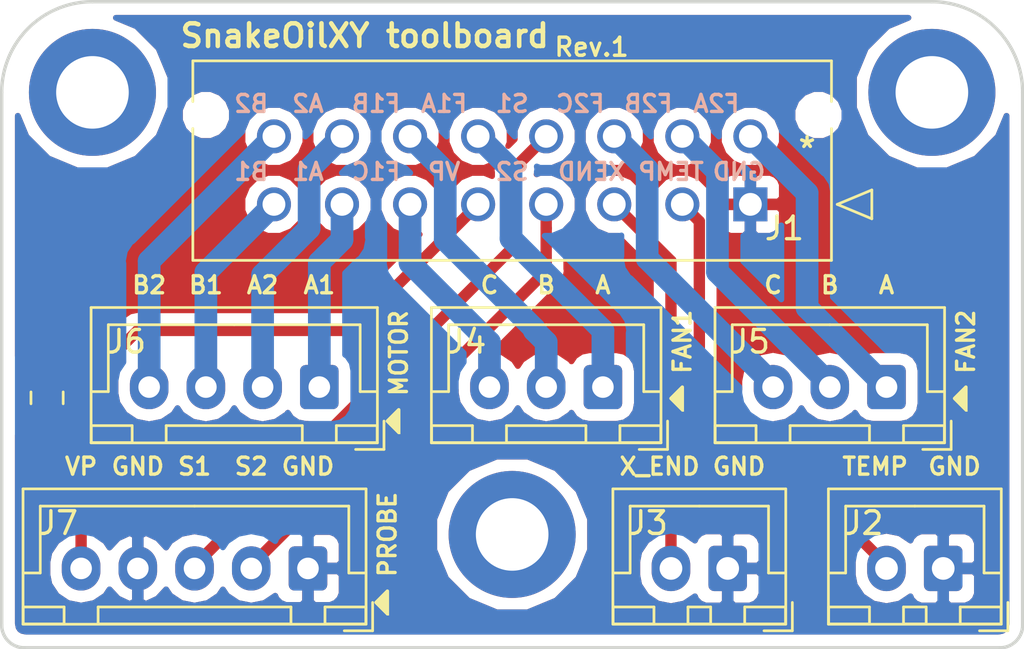
<source format=kicad_pcb>
(kicad_pcb (version 20171130) (host pcbnew 5.0.2+dfsg1-1)

  (general
    (thickness 1.6)
    (drawings 53)
    (tracks 57)
    (zones 0)
    (modules 11)
    (nets 17)
  )

  (page A4)
  (layers
    (0 F.Cu signal)
    (31 B.Cu signal)
    (32 B.Adhes user)
    (33 F.Adhes user)
    (34 B.Paste user)
    (35 F.Paste user)
    (36 B.SilkS user)
    (37 F.SilkS user)
    (38 B.Mask user)
    (39 F.Mask user)
    (40 Dwgs.User user)
    (41 Cmts.User user)
    (42 Eco1.User user)
    (43 Eco2.User user)
    (44 Edge.Cuts user)
    (45 Margin user)
    (46 B.CrtYd user)
    (47 F.CrtYd user)
    (48 B.Fab user)
    (49 F.Fab user)
  )

  (setup
    (last_trace_width 1)
    (trace_clearance 0.2)
    (zone_clearance 0.508)
    (zone_45_only no)
    (trace_min 0.2)
    (segment_width 0.2)
    (edge_width 0.15)
    (via_size 0.8)
    (via_drill 0.4)
    (via_min_size 0.4)
    (via_min_drill 0.3)
    (uvia_size 0.3)
    (uvia_drill 0.1)
    (uvias_allowed no)
    (uvia_min_size 0.2)
    (uvia_min_drill 0.1)
    (pcb_text_width 0.3)
    (pcb_text_size 1.5 1.5)
    (mod_edge_width 0.15)
    (mod_text_size 1 1)
    (mod_text_width 0.15)
    (pad_size 1.524 1.524)
    (pad_drill 0.762)
    (pad_to_mask_clearance 0.051)
    (solder_mask_min_width 0.25)
    (aux_axis_origin 0 0)
    (visible_elements FFFFFF7F)
    (pcbplotparams
      (layerselection 0x010fc_ffffffff)
      (usegerberextensions false)
      (usegerberattributes false)
      (usegerberadvancedattributes false)
      (creategerberjobfile false)
      (excludeedgelayer true)
      (linewidth 0.100000)
      (plotframeref false)
      (viasonmask false)
      (mode 1)
      (useauxorigin false)
      (hpglpennumber 1)
      (hpglpenspeed 20)
      (hpglpendiameter 15.000000)
      (psnegative false)
      (psa4output false)
      (plotreference true)
      (plotvalue true)
      (plotinvisibletext false)
      (padsonsilk false)
      (subtractmaskfromsilk false)
      (outputformat 1)
      (mirror false)
      (drillshape 1)
      (scaleselection 1)
      (outputdirectory ""))
  )

  (net 0 "")
  (net 1 TEMP)
  (net 2 GND)
  (net 3 X_ENDSTOP)
  (net 4 FAN1_A)
  (net 5 FAN1_B)
  (net 6 FAN1_C)
  (net 7 FAN2_C)
  (net 8 FAN2_B)
  (net 9 FAN2_A)
  (net 10 MA1)
  (net 11 MA2)
  (net 12 MB1)
  (net 13 MB2)
  (net 14 V_PROBE)
  (net 15 S1_PROBE)
  (net 16 S2_PROBE)

  (net_class Default "This is the default net class."
    (clearance 0.2)
    (trace_width 1)
    (via_dia 0.8)
    (via_drill 0.4)
    (uvia_dia 0.3)
    (uvia_drill 0.1)
    (add_net FAN1_A)
    (add_net FAN1_B)
    (add_net FAN1_C)
    (add_net FAN2_A)
    (add_net FAN2_B)
    (add_net FAN2_C)
    (add_net GND)
    (add_net MA1)
    (add_net MA2)
    (add_net MB1)
    (add_net MB2)
    (add_net S1_PROBE)
    (add_net S2_PROBE)
    (add_net TEMP)
    (add_net V_PROBE)
    (add_net X_ENDSTOP)
  )

  (module Connector_JST:JST_XH_B03B-XH-A_1x03_P2.50mm_Vertical (layer F.Cu) (tedit 5B7754C5) (tstamp 62449C5A)
    (at 159 88 180)
    (descr "JST XH series connector, B03B-XH-A (http://www.jst-mfg.com/product/pdf/eng/eXH.pdf), generated with kicad-footprint-generator")
    (tags "connector JST XH side entry")
    (path /6243D2F2)
    (fp_text reference J5 (at 6 2 180) (layer F.SilkS)
      (effects (font (size 1 1) (thickness 0.15)))
    )
    (fp_text value FAN2 (at -0.5 2 180) (layer F.Fab)
      (effects (font (size 1 1) (thickness 0.15)))
    )
    (fp_text user %R (at 2.5 2.7 180) (layer F.Fab)
      (effects (font (size 1 1) (thickness 0.15)))
    )
    (fp_line (start -2.85 -2.75) (end -2.85 -1.5) (layer F.SilkS) (width 0.12))
    (fp_line (start -1.6 -2.75) (end -2.85 -2.75) (layer F.SilkS) (width 0.12))
    (fp_line (start 6.8 2.75) (end 2.5 2.75) (layer F.SilkS) (width 0.12))
    (fp_line (start 6.8 -0.2) (end 6.8 2.75) (layer F.SilkS) (width 0.12))
    (fp_line (start 7.55 -0.2) (end 6.8 -0.2) (layer F.SilkS) (width 0.12))
    (fp_line (start -1.8 2.75) (end 2.5 2.75) (layer F.SilkS) (width 0.12))
    (fp_line (start -1.8 -0.2) (end -1.8 2.75) (layer F.SilkS) (width 0.12))
    (fp_line (start -2.55 -0.2) (end -1.8 -0.2) (layer F.SilkS) (width 0.12))
    (fp_line (start 7.55 -2.45) (end 5.75 -2.45) (layer F.SilkS) (width 0.12))
    (fp_line (start 7.55 -1.7) (end 7.55 -2.45) (layer F.SilkS) (width 0.12))
    (fp_line (start 5.75 -1.7) (end 7.55 -1.7) (layer F.SilkS) (width 0.12))
    (fp_line (start 5.75 -2.45) (end 5.75 -1.7) (layer F.SilkS) (width 0.12))
    (fp_line (start -0.75 -2.45) (end -2.55 -2.45) (layer F.SilkS) (width 0.12))
    (fp_line (start -0.75 -1.7) (end -0.75 -2.45) (layer F.SilkS) (width 0.12))
    (fp_line (start -2.55 -1.7) (end -0.75 -1.7) (layer F.SilkS) (width 0.12))
    (fp_line (start -2.55 -2.45) (end -2.55 -1.7) (layer F.SilkS) (width 0.12))
    (fp_line (start 4.25 -2.45) (end 0.75 -2.45) (layer F.SilkS) (width 0.12))
    (fp_line (start 4.25 -1.7) (end 4.25 -2.45) (layer F.SilkS) (width 0.12))
    (fp_line (start 0.75 -1.7) (end 4.25 -1.7) (layer F.SilkS) (width 0.12))
    (fp_line (start 0.75 -2.45) (end 0.75 -1.7) (layer F.SilkS) (width 0.12))
    (fp_line (start 0 -1.35) (end 0.625 -2.35) (layer F.Fab) (width 0.1))
    (fp_line (start -0.625 -2.35) (end 0 -1.35) (layer F.Fab) (width 0.1))
    (fp_line (start 7.95 -2.85) (end -2.95 -2.85) (layer F.CrtYd) (width 0.05))
    (fp_line (start 7.95 3.9) (end 7.95 -2.85) (layer F.CrtYd) (width 0.05))
    (fp_line (start -2.95 3.9) (end 7.95 3.9) (layer F.CrtYd) (width 0.05))
    (fp_line (start -2.95 -2.85) (end -2.95 3.9) (layer F.CrtYd) (width 0.05))
    (fp_line (start 7.56 -2.46) (end -2.56 -2.46) (layer F.SilkS) (width 0.12))
    (fp_line (start 7.56 3.51) (end 7.56 -2.46) (layer F.SilkS) (width 0.12))
    (fp_line (start -2.56 3.51) (end 7.56 3.51) (layer F.SilkS) (width 0.12))
    (fp_line (start -2.56 -2.46) (end -2.56 3.51) (layer F.SilkS) (width 0.12))
    (fp_line (start 7.45 -2.35) (end -2.45 -2.35) (layer F.Fab) (width 0.1))
    (fp_line (start 7.45 3.4) (end 7.45 -2.35) (layer F.Fab) (width 0.1))
    (fp_line (start -2.45 3.4) (end 7.45 3.4) (layer F.Fab) (width 0.1))
    (fp_line (start -2.45 -2.35) (end -2.45 3.4) (layer F.Fab) (width 0.1))
    (pad 3 thru_hole oval (at 5 0 180) (size 1.7 1.95) (drill 0.95) (layers *.Cu *.Mask)
      (net 7 FAN2_C))
    (pad 2 thru_hole oval (at 2.5 0 180) (size 1.7 1.95) (drill 0.95) (layers *.Cu *.Mask)
      (net 8 FAN2_B))
    (pad 1 thru_hole roundrect (at 0 0 180) (size 1.7 1.95) (drill 0.95) (layers *.Cu *.Mask) (roundrect_rratio 0.147059)
      (net 9 FAN2_A))
    (model ${KISYS3DMOD}/Connector_JST.3dshapes/JST_XH_B03B-XH-A_1x03_P2.50mm_Vertical.wrl
      (at (xyz 0 0 0))
      (scale (xyz 1 1 1))
      (rotate (xyz 0 0 0))
    )
  )

  (module microfit16:microfit-16 (layer F.Cu) (tedit 62443C71) (tstamp 62449BB4)
    (at 152.999994 79.94)
    (path /6244AABF)
    (fp_text reference J1 (at 1.500006 1.06) (layer F.SilkS)
      (effects (font (size 1 1) (thickness 0.15)))
    )
    (fp_text value INPUT (at 1.000006 -5.44) (layer F.SilkS) hide
      (effects (font (size 1 1) (thickness 0.15)))
    )
    (fp_text user "Copyright 2021 Accelerated Designs. All rights reserved." (at 0 0) (layer Cmts.User)
      (effects (font (size 0.127 0.127) (thickness 0.002)))
    )
    (fp_text user * (at 2.500006 -2.44) (layer F.SilkS)
      (effects (font (size 1 1) (thickness 0.15)))
    )
    (fp_text user * (at 0 0) (layer F.Fab)
      (effects (font (size 1 1) (thickness 0.15)))
    )
    (fp_text user 449141601 (at -10.499997 -15.899998) (layer F.Fab) hide
      (effects (font (size 1 1) (thickness 0.15)))
    )
    (fp_text user 449141601 (at -10.499997 -15.899998) (layer F.SilkS) hide
      (effects (font (size 1 1) (thickness 0.15)))
    )
    (fp_text user NOTE (at -29.654974 10.18) (layer Cmts.User) hide
      (effects (font (size 1 1) (thickness 0.15)))
    )
    (fp_text user NOTE (at -21.999994 -7.44) (layer Cmts.User)
      (effects (font (size 1 1) (thickness 0.15)))
    )
    (fp_text user FOR_PTH:_DRILL_DIA_=_1.09_MM (at -29.654974 12.72) (layer Cmts.User) hide
      (effects (font (size 1 1) (thickness 0.15)))
    )
    (fp_text user FOR_PTH:_DRILL_DIA_=_1.09_MM (at -6.999994 -7.44) (layer Cmts.User)
      (effects (font (size 1 1) (thickness 0.15)))
    )
    (fp_line (start -25.844974 -7.6) (end -25.844974 3.74) (layer F.CrtYd) (width 0.05))
    (fp_line (start -25.844974 3.74) (end 4.844981 3.74) (layer F.CrtYd) (width 0.05))
    (fp_line (start 4.844981 3.74) (end 4.844981 -7.6) (layer F.CrtYd) (width 0.05))
    (fp_line (start 4.844981 -7.6) (end -25.844974 -7.6) (layer F.CrtYd) (width 0.05))
    (fp_line (start 3.828981 0) (end 5.352981 -0.635) (layer F.Fab) (width 0.1))
    (fp_line (start 5.352981 -0.635) (end 5.352981 0.635) (layer F.Fab) (width 0.1))
    (fp_line (start 5.352981 0.635) (end 3.828981 0) (layer F.Fab) (width 0.1))
    (fp_line (start 3.828981 0) (end 5.352981 -0.635) (layer F.SilkS) (width 0.12))
    (fp_line (start 5.352981 -0.635) (end 5.352981 0.635) (layer F.SilkS) (width 0.12))
    (fp_line (start 5.352981 0.635) (end 3.828981 0) (layer F.SilkS) (width 0.12))
    (fp_line (start -24.574974 -6.33) (end -24.574974 -4.535063) (layer F.SilkS) (width 0.12))
    (fp_line (start -24.574974 2.47) (end 3.574981 2.47) (layer F.SilkS) (width 0.12))
    (fp_line (start 3.574981 2.47) (end 3.574981 -3.344894) (layer F.SilkS) (width 0.12))
    (fp_line (start 3.574981 -6.33) (end -24.574974 -6.33) (layer F.SilkS) (width 0.12))
    (fp_line (start -24.574974 2.47) (end 3.574981 2.47) (layer F.Fab) (width 0.1))
    (fp_line (start 3.574981 2.47) (end 3.574981 -6.33) (layer F.Fab) (width 0.1))
    (fp_line (start 3.574981 -6.33) (end -24.574974 -6.33) (layer F.Fab) (width 0.1))
    (fp_line (start -24.574974 -6.33) (end -24.574974 2.47) (layer F.Fab) (width 0.1))
    (fp_line (start 3.574981 -4.535106) (end 3.574981 -6.33) (layer F.SilkS) (width 0.12))
    (fp_line (start -24.574974 -3.344937) (end -24.574974 2.47) (layer F.SilkS) (width 0.12))
    (fp_line (start -25.844974 -7.6) (end -25.844974 3.74) (layer F.CrtYd) (width 0.05))
    (fp_line (start -25.844974 3.74) (end 4.844981 3.74) (layer F.CrtYd) (width 0.05))
    (fp_line (start 4.844981 3.74) (end 4.844981 -7.6) (layer F.CrtYd) (width 0.05))
    (fp_line (start 4.844981 -7.6) (end -25.844974 -7.6) (layer F.CrtYd) (width 0.05))
    (pad 1 thru_hole rect (at 0 0) (size 1.5005 1.5005) (drill 1.005) (layers *.Cu *.Mask)
      (net 2 GND))
    (pad 2 thru_hole circle (at -2.999999 0) (size 1.5005 1.5005) (drill 1.005) (layers *.Cu *.Mask)
      (net 1 TEMP))
    (pad 3 thru_hole circle (at -5.999998 0) (size 1.5005 1.5005) (drill 1.005) (layers *.Cu *.Mask)
      (net 3 X_ENDSTOP))
    (pad 4 thru_hole circle (at -8.999997 0) (size 1.5005 1.5005) (drill 1.005) (layers *.Cu *.Mask)
      (net 16 S2_PROBE))
    (pad 5 thru_hole circle (at -11.999996 0) (size 1.5005 1.5005) (drill 1.005) (layers *.Cu *.Mask)
      (net 14 V_PROBE))
    (pad 6 thru_hole circle (at -14.999995 0) (size 1.5005 1.5005) (drill 1.005) (layers *.Cu *.Mask)
      (net 6 FAN1_C))
    (pad 7 thru_hole circle (at -17.999994 0) (size 1.5005 1.5005) (drill 1.005) (layers *.Cu *.Mask)
      (net 10 MA1))
    (pad 8 thru_hole circle (at -20.999994 0) (size 1.5005 1.5005) (drill 1.005) (layers *.Cu *.Mask)
      (net 12 MB1))
    (pad 9 thru_hole circle (at 0 -2.999999) (size 1.5005 1.5005) (drill 1.005) (layers *.Cu *.Mask)
      (net 9 FAN2_A))
    (pad 10 thru_hole circle (at -2.999999 -2.999999) (size 1.5005 1.5005) (drill 1.005) (layers *.Cu *.Mask)
      (net 8 FAN2_B))
    (pad 11 thru_hole circle (at -5.999998 -2.999999) (size 1.5005 1.5005) (drill 1.005) (layers *.Cu *.Mask)
      (net 7 FAN2_C))
    (pad 12 thru_hole circle (at -8.999997 -2.999999) (size 1.5005 1.5005) (drill 1.005) (layers *.Cu *.Mask)
      (net 15 S1_PROBE))
    (pad 13 thru_hole circle (at -11.999996 -2.999999) (size 1.5005 1.5005) (drill 1.005) (layers *.Cu *.Mask)
      (net 4 FAN1_A))
    (pad 14 thru_hole circle (at -14.999995 -2.999999) (size 1.5005 1.5005) (drill 1.005) (layers *.Cu *.Mask)
      (net 5 FAN1_B))
    (pad 15 thru_hole circle (at -17.999994 -2.999999) (size 1.5005 1.5005) (drill 1.005) (layers *.Cu *.Mask)
      (net 11 MA2))
    (pad 16 thru_hole circle (at -20.999994 -2.999999) (size 1.5005 1.5005) (drill 1.005) (layers *.Cu *.Mask)
      (net 13 MB2))
    (pad M1 np_thru_hole circle (at 2.999999 -3.94) (size 1.02 1.02) (drill 1.02) (layers *.Cu *.Mask))
    (pad M2 np_thru_hole circle (at -23.999947 -3.94) (size 1.02 1.02) (drill 1.02) (layers *.Cu *.Mask))
    (model :custom:3rd-party/microfit/microfit-16.stp
      (offset (xyz -10.5 1.5 5))
      (scale (xyz 1 1 1))
      (rotate (xyz 0 0 0))
    )
  )

  (module Connector_JST:JST_XH_B02B-XH-A_1x02_P2.50mm_Vertical (layer F.Cu) (tedit 5B7754C5) (tstamp 62449BDD)
    (at 161.5 96 180)
    (descr "JST XH series connector, B02B-XH-A (http://www.jst-mfg.com/product/pdf/eng/eXH.pdf), generated with kicad-footprint-generator")
    (tags "connector JST XH side entry")
    (path /6243D27C)
    (fp_text reference J2 (at 3.5 2 180) (layer F.SilkS)
      (effects (font (size 1 1) (thickness 0.15)))
    )
    (fp_text value TEMP (at -0.5 2.5 180) (layer F.Fab)
      (effects (font (size 1 1) (thickness 0.15)))
    )
    (fp_text user %R (at 1.25 2.7 180) (layer F.Fab)
      (effects (font (size 1 1) (thickness 0.15)))
    )
    (fp_line (start -2.85 -2.75) (end -2.85 -1.5) (layer F.SilkS) (width 0.12))
    (fp_line (start -1.6 -2.75) (end -2.85 -2.75) (layer F.SilkS) (width 0.12))
    (fp_line (start 4.3 2.75) (end 1.25 2.75) (layer F.SilkS) (width 0.12))
    (fp_line (start 4.3 -0.2) (end 4.3 2.75) (layer F.SilkS) (width 0.12))
    (fp_line (start 5.05 -0.2) (end 4.3 -0.2) (layer F.SilkS) (width 0.12))
    (fp_line (start -1.8 2.75) (end 1.25 2.75) (layer F.SilkS) (width 0.12))
    (fp_line (start -1.8 -0.2) (end -1.8 2.75) (layer F.SilkS) (width 0.12))
    (fp_line (start -2.55 -0.2) (end -1.8 -0.2) (layer F.SilkS) (width 0.12))
    (fp_line (start 5.05 -2.45) (end 3.25 -2.45) (layer F.SilkS) (width 0.12))
    (fp_line (start 5.05 -1.7) (end 5.05 -2.45) (layer F.SilkS) (width 0.12))
    (fp_line (start 3.25 -1.7) (end 5.05 -1.7) (layer F.SilkS) (width 0.12))
    (fp_line (start 3.25 -2.45) (end 3.25 -1.7) (layer F.SilkS) (width 0.12))
    (fp_line (start -0.75 -2.45) (end -2.55 -2.45) (layer F.SilkS) (width 0.12))
    (fp_line (start -0.75 -1.7) (end -0.75 -2.45) (layer F.SilkS) (width 0.12))
    (fp_line (start -2.55 -1.7) (end -0.75 -1.7) (layer F.SilkS) (width 0.12))
    (fp_line (start -2.55 -2.45) (end -2.55 -1.7) (layer F.SilkS) (width 0.12))
    (fp_line (start 1.75 -2.45) (end 0.75 -2.45) (layer F.SilkS) (width 0.12))
    (fp_line (start 1.75 -1.7) (end 1.75 -2.45) (layer F.SilkS) (width 0.12))
    (fp_line (start 0.75 -1.7) (end 1.75 -1.7) (layer F.SilkS) (width 0.12))
    (fp_line (start 0.75 -2.45) (end 0.75 -1.7) (layer F.SilkS) (width 0.12))
    (fp_line (start 0 -1.35) (end 0.625 -2.35) (layer F.Fab) (width 0.1))
    (fp_line (start -0.625 -2.35) (end 0 -1.35) (layer F.Fab) (width 0.1))
    (fp_line (start 5.45 -2.85) (end -2.95 -2.85) (layer F.CrtYd) (width 0.05))
    (fp_line (start 5.45 3.9) (end 5.45 -2.85) (layer F.CrtYd) (width 0.05))
    (fp_line (start -2.95 3.9) (end 5.45 3.9) (layer F.CrtYd) (width 0.05))
    (fp_line (start -2.95 -2.85) (end -2.95 3.9) (layer F.CrtYd) (width 0.05))
    (fp_line (start 5.06 -2.46) (end -2.56 -2.46) (layer F.SilkS) (width 0.12))
    (fp_line (start 5.06 3.51) (end 5.06 -2.46) (layer F.SilkS) (width 0.12))
    (fp_line (start -2.56 3.51) (end 5.06 3.51) (layer F.SilkS) (width 0.12))
    (fp_line (start -2.56 -2.46) (end -2.56 3.51) (layer F.SilkS) (width 0.12))
    (fp_line (start 4.95 -2.35) (end -2.45 -2.35) (layer F.Fab) (width 0.1))
    (fp_line (start 4.95 3.4) (end 4.95 -2.35) (layer F.Fab) (width 0.1))
    (fp_line (start -2.45 3.4) (end 4.95 3.4) (layer F.Fab) (width 0.1))
    (fp_line (start -2.45 -2.35) (end -2.45 3.4) (layer F.Fab) (width 0.1))
    (pad 2 thru_hole oval (at 2.5 0 180) (size 1.7 2) (drill 1) (layers *.Cu *.Mask)
      (net 1 TEMP))
    (pad 1 thru_hole roundrect (at 0 0 180) (size 1.7 2) (drill 1) (layers *.Cu *.Mask) (roundrect_rratio 0.147059)
      (net 2 GND))
    (model ${KISYS3DMOD}/Connector_JST.3dshapes/JST_XH_B02B-XH-A_1x02_P2.50mm_Vertical.wrl
      (at (xyz 0 0 0))
      (scale (xyz 1 1 1))
      (rotate (xyz 0 0 0))
    )
  )

  (module Connector_JST:JST_XH_B02B-XH-A_1x02_P2.50mm_Vertical (layer F.Cu) (tedit 5B7754C5) (tstamp 62449C06)
    (at 152 96 180)
    (descr "JST XH series connector, B02B-XH-A (http://www.jst-mfg.com/product/pdf/eng/eXH.pdf), generated with kicad-footprint-generator")
    (tags "connector JST XH side entry")
    (path /6243CB63)
    (fp_text reference J3 (at 3.5 2 180) (layer F.SilkS)
      (effects (font (size 1 1) (thickness 0.15)))
    )
    (fp_text value "X ENDSTOP" (at 1.5 1.5 180) (layer F.Fab)
      (effects (font (size 1 1) (thickness 0.15)))
    )
    (fp_line (start -2.45 -2.35) (end -2.45 3.4) (layer F.Fab) (width 0.1))
    (fp_line (start -2.45 3.4) (end 4.95 3.4) (layer F.Fab) (width 0.1))
    (fp_line (start 4.95 3.4) (end 4.95 -2.35) (layer F.Fab) (width 0.1))
    (fp_line (start 4.95 -2.35) (end -2.45 -2.35) (layer F.Fab) (width 0.1))
    (fp_line (start -2.56 -2.46) (end -2.56 3.51) (layer F.SilkS) (width 0.12))
    (fp_line (start -2.56 3.51) (end 5.06 3.51) (layer F.SilkS) (width 0.12))
    (fp_line (start 5.06 3.51) (end 5.06 -2.46) (layer F.SilkS) (width 0.12))
    (fp_line (start 5.06 -2.46) (end -2.56 -2.46) (layer F.SilkS) (width 0.12))
    (fp_line (start -2.95 -2.85) (end -2.95 3.9) (layer F.CrtYd) (width 0.05))
    (fp_line (start -2.95 3.9) (end 5.45 3.9) (layer F.CrtYd) (width 0.05))
    (fp_line (start 5.45 3.9) (end 5.45 -2.85) (layer F.CrtYd) (width 0.05))
    (fp_line (start 5.45 -2.85) (end -2.95 -2.85) (layer F.CrtYd) (width 0.05))
    (fp_line (start -0.625 -2.35) (end 0 -1.35) (layer F.Fab) (width 0.1))
    (fp_line (start 0 -1.35) (end 0.625 -2.35) (layer F.Fab) (width 0.1))
    (fp_line (start 0.75 -2.45) (end 0.75 -1.7) (layer F.SilkS) (width 0.12))
    (fp_line (start 0.75 -1.7) (end 1.75 -1.7) (layer F.SilkS) (width 0.12))
    (fp_line (start 1.75 -1.7) (end 1.75 -2.45) (layer F.SilkS) (width 0.12))
    (fp_line (start 1.75 -2.45) (end 0.75 -2.45) (layer F.SilkS) (width 0.12))
    (fp_line (start -2.55 -2.45) (end -2.55 -1.7) (layer F.SilkS) (width 0.12))
    (fp_line (start -2.55 -1.7) (end -0.75 -1.7) (layer F.SilkS) (width 0.12))
    (fp_line (start -0.75 -1.7) (end -0.75 -2.45) (layer F.SilkS) (width 0.12))
    (fp_line (start -0.75 -2.45) (end -2.55 -2.45) (layer F.SilkS) (width 0.12))
    (fp_line (start 3.25 -2.45) (end 3.25 -1.7) (layer F.SilkS) (width 0.12))
    (fp_line (start 3.25 -1.7) (end 5.05 -1.7) (layer F.SilkS) (width 0.12))
    (fp_line (start 5.05 -1.7) (end 5.05 -2.45) (layer F.SilkS) (width 0.12))
    (fp_line (start 5.05 -2.45) (end 3.25 -2.45) (layer F.SilkS) (width 0.12))
    (fp_line (start -2.55 -0.2) (end -1.8 -0.2) (layer F.SilkS) (width 0.12))
    (fp_line (start -1.8 -0.2) (end -1.8 2.75) (layer F.SilkS) (width 0.12))
    (fp_line (start -1.8 2.75) (end 1.25 2.75) (layer F.SilkS) (width 0.12))
    (fp_line (start 5.05 -0.2) (end 4.3 -0.2) (layer F.SilkS) (width 0.12))
    (fp_line (start 4.3 -0.2) (end 4.3 2.75) (layer F.SilkS) (width 0.12))
    (fp_line (start 4.3 2.75) (end 1.25 2.75) (layer F.SilkS) (width 0.12))
    (fp_line (start -1.6 -2.75) (end -2.85 -2.75) (layer F.SilkS) (width 0.12))
    (fp_line (start -2.85 -2.75) (end -2.85 -1.5) (layer F.SilkS) (width 0.12))
    (fp_text user %R (at 1.25 2.7 180) (layer F.Fab)
      (effects (font (size 1 1) (thickness 0.15)))
    )
    (pad 1 thru_hole roundrect (at 0 0 180) (size 1.7 2) (drill 1) (layers *.Cu *.Mask) (roundrect_rratio 0.147059)
      (net 2 GND))
    (pad 2 thru_hole oval (at 2.5 0 180) (size 1.7 2) (drill 1) (layers *.Cu *.Mask)
      (net 3 X_ENDSTOP))
    (model ${KISYS3DMOD}/Connector_JST.3dshapes/JST_XH_B02B-XH-A_1x02_P2.50mm_Vertical.wrl
      (at (xyz 0 0 0))
      (scale (xyz 1 1 1))
      (rotate (xyz 0 0 0))
    )
  )

  (module Connector_JST:JST_XH_B03B-XH-A_1x03_P2.50mm_Vertical (layer F.Cu) (tedit 5B7754C5) (tstamp 62444EFC)
    (at 146.5 88 180)
    (descr "JST XH series connector, B03B-XH-A (http://www.jst-mfg.com/product/pdf/eng/eXH.pdf), generated with kicad-footprint-generator")
    (tags "connector JST XH side entry")
    (path /6243CC81)
    (fp_text reference J4 (at 6 2 180) (layer F.SilkS)
      (effects (font (size 1 1) (thickness 0.15)))
    )
    (fp_text value FAN1 (at -0.5 2 180) (layer F.Fab)
      (effects (font (size 1 1) (thickness 0.15)))
    )
    (fp_line (start -2.45 -2.35) (end -2.45 3.4) (layer F.Fab) (width 0.1))
    (fp_line (start -2.45 3.4) (end 7.45 3.4) (layer F.Fab) (width 0.1))
    (fp_line (start 7.45 3.4) (end 7.45 -2.35) (layer F.Fab) (width 0.1))
    (fp_line (start 7.45 -2.35) (end -2.45 -2.35) (layer F.Fab) (width 0.1))
    (fp_line (start -2.56 -2.46) (end -2.56 3.51) (layer F.SilkS) (width 0.12))
    (fp_line (start -2.56 3.51) (end 7.56 3.51) (layer F.SilkS) (width 0.12))
    (fp_line (start 7.56 3.51) (end 7.56 -2.46) (layer F.SilkS) (width 0.12))
    (fp_line (start 7.56 -2.46) (end -2.56 -2.46) (layer F.SilkS) (width 0.12))
    (fp_line (start -2.95 -2.85) (end -2.95 3.9) (layer F.CrtYd) (width 0.05))
    (fp_line (start -2.95 3.9) (end 7.95 3.9) (layer F.CrtYd) (width 0.05))
    (fp_line (start 7.95 3.9) (end 7.95 -2.85) (layer F.CrtYd) (width 0.05))
    (fp_line (start 7.95 -2.85) (end -2.95 -2.85) (layer F.CrtYd) (width 0.05))
    (fp_line (start -0.625 -2.35) (end 0 -1.35) (layer F.Fab) (width 0.1))
    (fp_line (start 0 -1.35) (end 0.625 -2.35) (layer F.Fab) (width 0.1))
    (fp_line (start 0.75 -2.45) (end 0.75 -1.7) (layer F.SilkS) (width 0.12))
    (fp_line (start 0.75 -1.7) (end 4.25 -1.7) (layer F.SilkS) (width 0.12))
    (fp_line (start 4.25 -1.7) (end 4.25 -2.45) (layer F.SilkS) (width 0.12))
    (fp_line (start 4.25 -2.45) (end 0.75 -2.45) (layer F.SilkS) (width 0.12))
    (fp_line (start -2.55 -2.45) (end -2.55 -1.7) (layer F.SilkS) (width 0.12))
    (fp_line (start -2.55 -1.7) (end -0.75 -1.7) (layer F.SilkS) (width 0.12))
    (fp_line (start -0.75 -1.7) (end -0.75 -2.45) (layer F.SilkS) (width 0.12))
    (fp_line (start -0.75 -2.45) (end -2.55 -2.45) (layer F.SilkS) (width 0.12))
    (fp_line (start 5.75 -2.45) (end 5.75 -1.7) (layer F.SilkS) (width 0.12))
    (fp_line (start 5.75 -1.7) (end 7.55 -1.7) (layer F.SilkS) (width 0.12))
    (fp_line (start 7.55 -1.7) (end 7.55 -2.45) (layer F.SilkS) (width 0.12))
    (fp_line (start 7.55 -2.45) (end 5.75 -2.45) (layer F.SilkS) (width 0.12))
    (fp_line (start -2.55 -0.2) (end -1.8 -0.2) (layer F.SilkS) (width 0.12))
    (fp_line (start -1.8 -0.2) (end -1.8 2.75) (layer F.SilkS) (width 0.12))
    (fp_line (start -1.8 2.75) (end 2.5 2.75) (layer F.SilkS) (width 0.12))
    (fp_line (start 7.55 -0.2) (end 6.8 -0.2) (layer F.SilkS) (width 0.12))
    (fp_line (start 6.8 -0.2) (end 6.8 2.75) (layer F.SilkS) (width 0.12))
    (fp_line (start 6.8 2.75) (end 2.5 2.75) (layer F.SilkS) (width 0.12))
    (fp_line (start -1.6 -2.75) (end -2.85 -2.75) (layer F.SilkS) (width 0.12))
    (fp_line (start -2.85 -2.75) (end -2.85 -1.5) (layer F.SilkS) (width 0.12))
    (fp_text user %R (at 2.5 2.7 180) (layer F.Fab)
      (effects (font (size 1 1) (thickness 0.15)))
    )
    (pad 1 thru_hole roundrect (at 0 0 180) (size 1.7 1.95) (drill 0.95) (layers *.Cu *.Mask) (roundrect_rratio 0.147059)
      (net 4 FAN1_A))
    (pad 2 thru_hole oval (at 2.5 0 180) (size 1.7 1.95) (drill 0.95) (layers *.Cu *.Mask)
      (net 5 FAN1_B))
    (pad 3 thru_hole oval (at 5 0 180) (size 1.7 1.95) (drill 0.95) (layers *.Cu *.Mask)
      (net 6 FAN1_C))
    (model ${KISYS3DMOD}/Connector_JST.3dshapes/JST_XH_B03B-XH-A_1x03_P2.50mm_Vertical.wrl
      (at (xyz 0 0 0))
      (scale (xyz 1 1 1))
      (rotate (xyz 0 0 0))
    )
  )

  (module Connector_JST:JST_XH_B04B-XH-A_1x04_P2.50mm_Vertical (layer F.Cu) (tedit 5B7754C5) (tstamp 62449C85)
    (at 134 88 180)
    (descr "JST XH series connector, B04B-XH-A (http://www.jst-mfg.com/product/pdf/eng/eXH.pdf), generated with kicad-footprint-generator")
    (tags "connector JST XH side entry")
    (path /6243CF8E)
    (fp_text reference J6 (at 8.5 2 180) (layer F.SilkS)
      (effects (font (size 1 1) (thickness 0.15)))
    )
    (fp_text value Motor (at 0 2.5 180) (layer F.Fab)
      (effects (font (size 1 1) (thickness 0.15)))
    )
    (fp_line (start -2.45 -2.35) (end -2.45 3.4) (layer F.Fab) (width 0.1))
    (fp_line (start -2.45 3.4) (end 9.95 3.4) (layer F.Fab) (width 0.1))
    (fp_line (start 9.95 3.4) (end 9.95 -2.35) (layer F.Fab) (width 0.1))
    (fp_line (start 9.95 -2.35) (end -2.45 -2.35) (layer F.Fab) (width 0.1))
    (fp_line (start -2.56 -2.46) (end -2.56 3.51) (layer F.SilkS) (width 0.12))
    (fp_line (start -2.56 3.51) (end 10.06 3.51) (layer F.SilkS) (width 0.12))
    (fp_line (start 10.06 3.51) (end 10.06 -2.46) (layer F.SilkS) (width 0.12))
    (fp_line (start 10.06 -2.46) (end -2.56 -2.46) (layer F.SilkS) (width 0.12))
    (fp_line (start -2.95 -2.85) (end -2.95 3.9) (layer F.CrtYd) (width 0.05))
    (fp_line (start -2.95 3.9) (end 10.45 3.9) (layer F.CrtYd) (width 0.05))
    (fp_line (start 10.45 3.9) (end 10.45 -2.85) (layer F.CrtYd) (width 0.05))
    (fp_line (start 10.45 -2.85) (end -2.95 -2.85) (layer F.CrtYd) (width 0.05))
    (fp_line (start -0.625 -2.35) (end 0 -1.35) (layer F.Fab) (width 0.1))
    (fp_line (start 0 -1.35) (end 0.625 -2.35) (layer F.Fab) (width 0.1))
    (fp_line (start 0.75 -2.45) (end 0.75 -1.7) (layer F.SilkS) (width 0.12))
    (fp_line (start 0.75 -1.7) (end 6.75 -1.7) (layer F.SilkS) (width 0.12))
    (fp_line (start 6.75 -1.7) (end 6.75 -2.45) (layer F.SilkS) (width 0.12))
    (fp_line (start 6.75 -2.45) (end 0.75 -2.45) (layer F.SilkS) (width 0.12))
    (fp_line (start -2.55 -2.45) (end -2.55 -1.7) (layer F.SilkS) (width 0.12))
    (fp_line (start -2.55 -1.7) (end -0.75 -1.7) (layer F.SilkS) (width 0.12))
    (fp_line (start -0.75 -1.7) (end -0.75 -2.45) (layer F.SilkS) (width 0.12))
    (fp_line (start -0.75 -2.45) (end -2.55 -2.45) (layer F.SilkS) (width 0.12))
    (fp_line (start 8.25 -2.45) (end 8.25 -1.7) (layer F.SilkS) (width 0.12))
    (fp_line (start 8.25 -1.7) (end 10.05 -1.7) (layer F.SilkS) (width 0.12))
    (fp_line (start 10.05 -1.7) (end 10.05 -2.45) (layer F.SilkS) (width 0.12))
    (fp_line (start 10.05 -2.45) (end 8.25 -2.45) (layer F.SilkS) (width 0.12))
    (fp_line (start -2.55 -0.2) (end -1.8 -0.2) (layer F.SilkS) (width 0.12))
    (fp_line (start -1.8 -0.2) (end -1.8 2.75) (layer F.SilkS) (width 0.12))
    (fp_line (start -1.8 2.75) (end 3.75 2.75) (layer F.SilkS) (width 0.12))
    (fp_line (start 10.05 -0.2) (end 9.3 -0.2) (layer F.SilkS) (width 0.12))
    (fp_line (start 9.3 -0.2) (end 9.3 2.75) (layer F.SilkS) (width 0.12))
    (fp_line (start 9.3 2.75) (end 3.75 2.75) (layer F.SilkS) (width 0.12))
    (fp_line (start -1.6 -2.75) (end -2.85 -2.75) (layer F.SilkS) (width 0.12))
    (fp_line (start -2.85 -2.75) (end -2.85 -1.5) (layer F.SilkS) (width 0.12))
    (fp_text user %R (at 3.75 2.7 180) (layer F.Fab)
      (effects (font (size 1 1) (thickness 0.15)))
    )
    (pad 1 thru_hole roundrect (at 0 0 180) (size 1.7 1.95) (drill 0.95) (layers *.Cu *.Mask) (roundrect_rratio 0.147059)
      (net 10 MA1))
    (pad 2 thru_hole oval (at 2.5 0 180) (size 1.7 1.95) (drill 0.95) (layers *.Cu *.Mask)
      (net 11 MA2))
    (pad 3 thru_hole oval (at 5 0 180) (size 1.7 1.95) (drill 0.95) (layers *.Cu *.Mask)
      (net 12 MB1))
    (pad 4 thru_hole oval (at 7.5 0 180) (size 1.7 1.95) (drill 0.95) (layers *.Cu *.Mask)
      (net 13 MB2))
    (model ${KISYS3DMOD}/Connector_JST.3dshapes/JST_XH_B04B-XH-A_1x04_P2.50mm_Vertical.wrl
      (at (xyz 0 0 0))
      (scale (xyz 1 1 1))
      (rotate (xyz 0 0 0))
    )
  )

  (module Connector_JST:JST_XH_B05B-XH-A_1x05_P2.50mm_Vertical (layer F.Cu) (tedit 6243FB74) (tstamp 62449CB1)
    (at 133.5 96 180)
    (descr "JST XH series connector, B05B-XH-A (http://www.jst-mfg.com/product/pdf/eng/eXH.pdf), generated with kicad-footprint-generator")
    (tags "connector JST XH side entry")
    (path /6243CDE7)
    (fp_text reference J7 (at 11 2 180) (layer F.SilkS)
      (effects (font (size 1 1) (thickness 0.15)))
    )
    (fp_text value PROBE (at 0.5 2.5 180) (layer F.Fab)
      (effects (font (size 1 1) (thickness 0.15)))
    )
    (fp_line (start -2.45 -2.35) (end -2.45 3.4) (layer F.Fab) (width 0.1))
    (fp_line (start -2.45 3.4) (end 12.45 3.4) (layer F.Fab) (width 0.1))
    (fp_line (start 12.45 3.4) (end 12.45 -2.35) (layer F.Fab) (width 0.1))
    (fp_line (start 12.45 -2.35) (end -2.45 -2.35) (layer F.Fab) (width 0.1))
    (fp_line (start -2.56 -2.46) (end -2.56 3.51) (layer F.SilkS) (width 0.12))
    (fp_line (start -2.56 3.51) (end 12.56 3.51) (layer F.SilkS) (width 0.12))
    (fp_line (start 12.56 3.51) (end 12.56 -2.46) (layer F.SilkS) (width 0.12))
    (fp_line (start 12.56 -2.46) (end -2.56 -2.46) (layer F.SilkS) (width 0.12))
    (fp_line (start -2.95 -2.85) (end -2.95 3.9) (layer F.CrtYd) (width 0.05))
    (fp_line (start -2.95 3.9) (end 12.95 3.9) (layer F.CrtYd) (width 0.05))
    (fp_line (start 12.95 3.9) (end 12.95 -2.85) (layer F.CrtYd) (width 0.05))
    (fp_line (start 12.95 -2.85) (end -2.95 -2.85) (layer F.CrtYd) (width 0.05))
    (fp_line (start -0.625 -2.35) (end 0 -1.35) (layer F.Fab) (width 0.1))
    (fp_line (start 0 -1.35) (end 0.625 -2.35) (layer F.Fab) (width 0.1))
    (fp_line (start 0.75 -2.45) (end 0.75 -1.7) (layer F.SilkS) (width 0.12))
    (fp_line (start 0.75 -1.7) (end 9.25 -1.7) (layer F.SilkS) (width 0.12))
    (fp_line (start 9.25 -1.7) (end 9.25 -2.45) (layer F.SilkS) (width 0.12))
    (fp_line (start 9.25 -2.45) (end 0.75 -2.45) (layer F.SilkS) (width 0.12))
    (fp_line (start -2.55 -2.45) (end -2.55 -1.7) (layer F.SilkS) (width 0.12))
    (fp_line (start -2.55 -1.7) (end -0.75 -1.7) (layer F.SilkS) (width 0.12))
    (fp_line (start -0.75 -1.7) (end -0.75 -2.45) (layer F.SilkS) (width 0.12))
    (fp_line (start -0.75 -2.45) (end -2.55 -2.45) (layer F.SilkS) (width 0.12))
    (fp_line (start 10.75 -2.45) (end 10.75 -1.7) (layer F.SilkS) (width 0.12))
    (fp_line (start 10.75 -1.7) (end 12.55 -1.7) (layer F.SilkS) (width 0.12))
    (fp_line (start 12.55 -1.7) (end 12.55 -2.45) (layer F.SilkS) (width 0.12))
    (fp_line (start 12.55 -2.45) (end 10.75 -2.45) (layer F.SilkS) (width 0.12))
    (fp_line (start -2.55 -0.2) (end -1.8 -0.2) (layer F.SilkS) (width 0.12))
    (fp_line (start -1.8 -0.2) (end -1.8 2.75) (layer F.SilkS) (width 0.12))
    (fp_line (start -1.8 2.75) (end 5 2.75) (layer F.SilkS) (width 0.12))
    (fp_line (start 12.55 -0.2) (end 11.8 -0.2) (layer F.SilkS) (width 0.12))
    (fp_line (start 11.8 -0.2) (end 11.8 2.75) (layer F.SilkS) (width 0.12))
    (fp_line (start 11.8 2.75) (end 5 2.75) (layer F.SilkS) (width 0.12))
    (fp_line (start -1.6 -2.75) (end -2.85 -2.75) (layer F.SilkS) (width 0.12))
    (fp_line (start -2.85 -2.75) (end -2.85 -1.5) (layer F.SilkS) (width 0.12))
    (fp_text user %R (at 5 2.7 180) (layer F.Fab)
      (effects (font (size 1 1) (thickness 0.15)))
    )
    (pad 1 thru_hole roundrect (at 0 0 180) (size 1.7 1.95) (drill 0.95) (layers *.Cu *.Mask) (roundrect_rratio 0.147059)
      (net 2 GND))
    (pad 2 thru_hole oval (at 2.5 0 180) (size 1.7 1.95) (drill 0.95) (layers *.Cu *.Mask)
      (net 16 S2_PROBE))
    (pad 3 thru_hole oval (at 5 0 180) (size 1.7 1.95) (drill 0.95) (layers *.Cu *.Mask)
      (net 15 S1_PROBE))
    (pad 4 thru_hole oval (at 7.5 0 180) (size 1.7 1.95) (drill 0.95) (layers *.Cu *.Mask)
      (net 2 GND))
    (pad 5 thru_hole oval (at 10 0 180) (size 1.7 1.95) (drill 0.95) (layers *.Cu *.Mask)
      (net 14 V_PROBE))
    (model ${KISYS3DMOD}/Connector_JST.3dshapes/JST_XH_B05B-XH-A_1x05_P2.50mm_Vertical.wrl
      (at (xyz 0 0 0))
      (scale (xyz 1 1 1))
      (rotate (xyz 0 0 0))
    )
  )

  (module MountingHole:MountingHole_3.2mm_M3_DIN965_Pad (layer F.Cu) (tedit 6243CDFB) (tstamp 6244A411)
    (at 124 75)
    (descr "Mounting Hole 3.2mm, M3, DIN965")
    (tags "mounting hole 3.2mm m3 din965")
    (attr virtual)
    (fp_text reference REF** (at 0 -3.8) (layer F.SilkS) hide
      (effects (font (size 1 1) (thickness 0.15)))
    )
    (fp_text value MountingHole_3.2mm_M3_DIN965_Pad (at 0 3.8) (layer F.Fab) hide
      (effects (font (size 1 1) (thickness 0.15)))
    )
    (fp_circle (center 0 0) (end 3.05 0) (layer F.CrtYd) (width 0.05))
    (fp_circle (center 0 0) (end 2.8 0) (layer Cmts.User) (width 0.15))
    (fp_text user %R (at 0.3 0) (layer F.Fab)
      (effects (font (size 1 1) (thickness 0.15)))
    )
    (pad 1 thru_hole circle (at 0 0) (size 5.6 5.6) (drill 3.2) (layers *.Cu *.Mask))
  )

  (module MountingHole:MountingHole_3.2mm_M3_DIN965_Pad (layer F.Cu) (tedit 6243CDFF) (tstamp 6244A506)
    (at 161 75)
    (descr "Mounting Hole 3.2mm, M3, DIN965")
    (tags "mounting hole 3.2mm m3 din965")
    (attr virtual)
    (fp_text reference REF** (at 0 -3.8) (layer F.SilkS) hide
      (effects (font (size 1 1) (thickness 0.15)))
    )
    (fp_text value MountingHole_3.2mm_M3_DIN965_Pad (at 0 3.8) (layer F.Fab) hide
      (effects (font (size 1 1) (thickness 0.15)))
    )
    (fp_circle (center 0 0) (end 3.05 0) (layer F.CrtYd) (width 0.05))
    (fp_circle (center 0 0) (end 2.8 0) (layer Cmts.User) (width 0.15))
    (fp_text user %R (at 0.3 0) (layer F.Fab)
      (effects (font (size 1 1) (thickness 0.15)))
    )
    (pad 1 thru_hole circle (at 0 0) (size 5.6 5.6) (drill 3.2) (layers *.Cu *.Mask))
  )

  (module MountingHole:MountingHole_3.2mm_M3_DIN965_Pad (layer F.Cu) (tedit 6243CFA9) (tstamp 6244BF59)
    (at 142.5 94.5)
    (descr "Mounting Hole 3.2mm, M3, DIN965")
    (tags "mounting hole 3.2mm m3 din965")
    (attr virtual)
    (fp_text reference REF** (at 0 -3.8) (layer F.SilkS) hide
      (effects (font (size 1 1) (thickness 0.15)))
    )
    (fp_text value MountingHole_3.2mm_M3_DIN965_Pad (at 0 3.8) (layer F.Fab) hide
      (effects (font (size 1 1) (thickness 0.15)))
    )
    (fp_circle (center 0 0) (end 3.05 0) (layer F.CrtYd) (width 0.05))
    (fp_circle (center 0 0) (end 2.8 0) (layer Cmts.User) (width 0.15))
    (fp_text user %R (at 0.3 0) (layer F.Fab)
      (effects (font (size 1 1) (thickness 0.15)))
    )
    (pad 1 thru_hole circle (at 0 0) (size 5.6 5.6) (drill 3.2) (layers *.Cu *.Mask))
  )

  (module Capacitor_SMD:C_0805_2012Metric_Pad1.15x1.40mm_HandSolder (layer F.Cu) (tedit 62443A60) (tstamp 624482E5)
    (at 122 88.475 90)
    (descr "Capacitor SMD 0805 (2012 Metric), square (rectangular) end terminal, IPC_7351 nominal with elongated pad for handsoldering. (Body size source: https://docs.google.com/spreadsheets/d/1BsfQQcO9C6DZCsRaXUlFlo91Tg2WpOkGARC1WS5S8t0/edit?usp=sharing), generated with kicad-footprint-generator")
    (tags "capacitor handsolder")
    (path /624477CE)
    (attr smd)
    (fp_text reference C1 (at 2.975 0 90) (layer F.SilkS) hide
      (effects (font (size 1 1) (thickness 0.15)))
    )
    (fp_text value 100n (at 0 1.65 90) (layer F.Fab)
      (effects (font (size 1 1) (thickness 0.15)))
    )
    (fp_line (start -1 0.6) (end -1 -0.6) (layer F.Fab) (width 0.1))
    (fp_line (start -1 -0.6) (end 1 -0.6) (layer F.Fab) (width 0.1))
    (fp_line (start 1 -0.6) (end 1 0.6) (layer F.Fab) (width 0.1))
    (fp_line (start 1 0.6) (end -1 0.6) (layer F.Fab) (width 0.1))
    (fp_line (start -0.261252 -0.71) (end 0.261252 -0.71) (layer F.SilkS) (width 0.12))
    (fp_line (start -0.261252 0.71) (end 0.261252 0.71) (layer F.SilkS) (width 0.12))
    (fp_line (start -1.85 0.95) (end -1.85 -0.95) (layer F.CrtYd) (width 0.05))
    (fp_line (start -1.85 -0.95) (end 1.85 -0.95) (layer F.CrtYd) (width 0.05))
    (fp_line (start 1.85 -0.95) (end 1.85 0.95) (layer F.CrtYd) (width 0.05))
    (fp_line (start 1.85 0.95) (end -1.85 0.95) (layer F.CrtYd) (width 0.05))
    (fp_text user %R (at 0 0 90) (layer F.Fab)
      (effects (font (size 0.5 0.5) (thickness 0.08)))
    )
    (pad 1 smd roundrect (at -1.025 0 90) (size 1.15 1.4) (layers F.Cu F.Paste F.Mask) (roundrect_rratio 0.217391)
      (net 14 V_PROBE))
    (pad 2 smd roundrect (at 1.025 0 90) (size 1.15 1.4) (layers F.Cu F.Paste F.Mask) (roundrect_rratio 0.217391)
      (net 2 GND))
    (model ${KISYS3DMOD}/Capacitor_SMD.3dshapes/C_0805_2012Metric.wrl
      (at (xyz 0 0 0))
      (scale (xyz 1 1 1))
      (rotate (xyz 0 0 0))
    )
  )

  (gr_text GND (at 152.5 78.5) (layer B.SilkS)
    (effects (font (size 0.75 0.75) (thickness 0.15)) (justify mirror))
  )
  (gr_text TEMP (at 149.5 78.5) (layer B.SilkS)
    (effects (font (size 0.75 0.75) (thickness 0.15)) (justify mirror))
  )
  (gr_text XEND (at 146 78.5) (layer B.SilkS)
    (effects (font (size 0.75 0.75) (thickness 0.15)) (justify mirror))
  )
  (gr_text F2A (at 151.5 75.5) (layer B.SilkS)
    (effects (font (size 0.75 0.75) (thickness 0.15)) (justify mirror))
  )
  (gr_text F2B (at 148.5 75.5) (layer B.SilkS)
    (effects (font (size 0.75 0.75) (thickness 0.15)) (justify mirror))
  )
  (gr_text F2C (at 145.5 75.5) (layer B.SilkS)
    (effects (font (size 0.75 0.75) (thickness 0.15)) (justify mirror))
  )
  (gr_text S2 (at 142.5 78.5) (layer B.SilkS)
    (effects (font (size 0.75 0.75) (thickness 0.15)) (justify mirror))
  )
  (gr_text S1 (at 142.5 75.5) (layer B.SilkS)
    (effects (font (size 0.75 0.75) (thickness 0.15)) (justify mirror))
  )
  (gr_text VP (at 139.5 78.5) (layer B.SilkS)
    (effects (font (size 0.75 0.75) (thickness 0.15)) (justify mirror))
  )
  (gr_text F1C (at 136.5 78.5) (layer B.SilkS)
    (effects (font (size 0.75 0.75) (thickness 0.15)) (justify mirror))
  )
  (gr_text F1B (at 136.5 75.5) (layer B.SilkS)
    (effects (font (size 0.75 0.75) (thickness 0.15)) (justify mirror))
  )
  (gr_text F1A (at 139.5 75.5) (layer B.SilkS)
    (effects (font (size 0.75 0.75) (thickness 0.15)) (justify mirror))
  )
  (gr_text A1 (at 133.5 78.5) (layer B.SilkS)
    (effects (font (size 0.75 0.75) (thickness 0.15)) (justify mirror))
  )
  (gr_text A2 (at 133.5 75.5) (layer B.SilkS)
    (effects (font (size 0.75 0.75) (thickness 0.15)) (justify mirror))
  )
  (gr_text B1 (at 131 78.5) (layer B.SilkS)
    (effects (font (size 0.75 0.75) (thickness 0.15)) (justify mirror))
  )
  (gr_text B2 (at 131 75.5) (layer B.SilkS)
    (effects (font (size 0.75 0.75) (thickness 0.15)) (justify mirror))
  )
  (gr_poly (pts (xy 162.5 89) (xy 162.5 88) (xy 162 88.5)) (layer F.SilkS) (width 0.15))
  (gr_poly (pts (xy 150 89) (xy 150 88) (xy 149.5 88.5)) (layer F.SilkS) (width 0.15))
  (gr_poly (pts (xy 137.5 90) (xy 137.5 89) (xy 137 89.5)) (layer F.SilkS) (width 0.15))
  (gr_poly (pts (xy 137 98) (xy 137 97) (xy 136.5 97.5)) (layer F.SilkS) (width 0.15))
  (gr_text FAN2 (at 162.5 86 90) (layer F.SilkS)
    (effects (font (size 0.75 0.75) (thickness 0.15)))
  )
  (gr_text FAN1 (at 150 86 90) (layer F.SilkS)
    (effects (font (size 0.75 0.75) (thickness 0.15)))
  )
  (gr_text MOTOR (at 137.5 86.5 90) (layer F.SilkS)
    (effects (font (size 0.75 0.75) (thickness 0.15)))
  )
  (gr_text PROBE (at 137 94.5 90) (layer F.SilkS)
    (effects (font (size 0.75 0.75) (thickness 0.15)))
  )
  (gr_text GND (at 162 91.5) (layer F.SilkS)
    (effects (font (size 0.75 0.75) (thickness 0.15)))
  )
  (gr_text TEMP (at 158.5 91.5) (layer F.SilkS)
    (effects (font (size 0.75 0.75) (thickness 0.15)))
  )
  (gr_text GND (at 152.5 91.5) (layer F.SilkS)
    (effects (font (size 0.75 0.75) (thickness 0.15)))
  )
  (gr_text X_END (at 149 91.5) (layer F.SilkS)
    (effects (font (size 0.75 0.75) (thickness 0.15)))
  )
  (gr_text A (at 159 83.5) (layer F.SilkS)
    (effects (font (size 0.75 0.75) (thickness 0.15)))
  )
  (gr_text B (at 156.5 83.5) (layer F.SilkS)
    (effects (font (size 0.75 0.75) (thickness 0.15)))
  )
  (gr_text C (at 154 83.5) (layer F.SilkS)
    (effects (font (size 0.75 0.75) (thickness 0.15)))
  )
  (gr_text C (at 141.5 83.5) (layer F.SilkS)
    (effects (font (size 0.75 0.75) (thickness 0.15)))
  )
  (gr_text B (at 144 83.5) (layer F.SilkS)
    (effects (font (size 0.75 0.75) (thickness 0.15)))
  )
  (gr_text A (at 146.5 83.5) (layer F.SilkS)
    (effects (font (size 0.75 0.75) (thickness 0.15)))
  )
  (gr_text A1 (at 134 83.5) (layer F.SilkS)
    (effects (font (size 0.75 0.75) (thickness 0.15)))
  )
  (gr_text A2 (at 131.5 83.5) (layer F.SilkS)
    (effects (font (size 0.75 0.75) (thickness 0.15)))
  )
  (gr_text B2 (at 126.5 83.5) (layer F.SilkS)
    (effects (font (size 0.75 0.75) (thickness 0.15)))
  )
  (gr_text B1 (at 129 83.5) (layer F.SilkS)
    (effects (font (size 0.75 0.75) (thickness 0.15)))
  )
  (gr_text GND (at 133.5 91.5) (layer F.SilkS)
    (effects (font (size 0.75 0.75) (thickness 0.15)))
  )
  (gr_text S2 (at 131 91.5) (layer F.SilkS)
    (effects (font (size 0.75 0.75) (thickness 0.15)))
  )
  (gr_text S1 (at 128.5 91.5) (layer F.SilkS)
    (effects (font (size 0.75 0.75) (thickness 0.15)))
  )
  (gr_text GND (at 126 91.5) (layer F.SilkS)
    (effects (font (size 0.75 0.75) (thickness 0.15)))
  )
  (gr_text VP (at 123.5 91.5) (layer F.SilkS)
    (effects (font (size 0.75 0.75) (thickness 0.15)))
  )
  (gr_text Rev.1 (at 146 73) (layer F.SilkS)
    (effects (font (size 0.8 0.8) (thickness 0.15)))
  )
  (gr_text "SnakeOilXY toolboard" (at 136 72.5) (layer F.SilkS)
    (effects (font (size 1 1) (thickness 0.2)))
  )
  (gr_arc (start 164 98.5) (end 164 99.5) (angle -90) (layer Edge.Cuts) (width 0.15))
  (gr_arc (start 121 98.5) (end 120 98.5) (angle -90) (layer Edge.Cuts) (width 0.15))
  (gr_arc (start 161 75) (end 165 75) (angle -90) (layer Edge.Cuts) (width 0.15))
  (gr_arc (start 124 75) (end 124 71) (angle -90) (layer Edge.Cuts) (width 0.15))
  (gr_line (start 120 75) (end 120 98.5) (layer Edge.Cuts) (width 0.15))
  (gr_line (start 161 71) (end 124 71) (layer Edge.Cuts) (width 0.15))
  (gr_line (start 165 98.5) (end 165 75) (layer Edge.Cuts) (width 0.15))
  (gr_line (start 121 99.5) (end 164 99.5) (layer Edge.Cuts) (width 0.15))

  (segment (start 159 95.85) (end 159 96) (width 0.5) (layer F.Cu) (net 1))
  (segment (start 150.750244 87.600244) (end 159 95.85) (width 0.5) (layer F.Cu) (net 1))
  (segment (start 150.750244 80.690249) (end 150.750244 87.600244) (width 0.5) (layer F.Cu) (net 1))
  (segment (start 149.999995 79.94) (end 150.750244 80.690249) (width 0.5) (layer F.Cu) (net 1))
  (segment (start 149.5 82.440004) (end 149.5 96) (width 0.5) (layer F.Cu) (net 3))
  (segment (start 146.999996 79.94) (end 149.5 82.440004) (width 0.5) (layer F.Cu) (net 3))
  (segment (start 142.450249 78.390252) (end 142.450249 81.450249) (width 1) (layer B.Cu) (net 4))
  (segment (start 140.999998 76.940001) (end 142.450249 78.390252) (width 1) (layer B.Cu) (net 4))
  (segment (start 146.5 85.5) (end 146.5 88) (width 1) (layer B.Cu) (net 4))
  (segment (start 142.450249 81.450249) (end 146.5 85.5) (width 1) (layer B.Cu) (net 4))
  (segment (start 144 86.025) (end 144 88) (width 1) (layer B.Cu) (net 5))
  (segment (start 137.999999 76.940001) (end 139.549747 78.489749) (width 1) (layer B.Cu) (net 5))
  (segment (start 143.475 85.5) (end 144 86.025) (width 1) (layer B.Cu) (net 5))
  (segment (start 143.475 85.425253) (end 139.549747 81.5) (width 1) (layer B.Cu) (net 5))
  (segment (start 143.475 85.5) (end 143.475 85.425253) (width 1) (layer B.Cu) (net 5))
  (segment (start 139.549747 78.489749) (end 139.549747 81.5) (width 1) (layer B.Cu) (net 5))
  (segment (start 141.5 86.025) (end 137.999999 82.524999) (width 1) (layer B.Cu) (net 6))
  (segment (start 141.5 88) (end 141.5 86.025) (width 1) (layer B.Cu) (net 6))
  (segment (start 137.999999 82.524999) (end 137.999999 82) (width 1) (layer B.Cu) (net 6))
  (segment (start 137.999999 79.94) (end 137.999999 82) (width 1) (layer B.Cu) (net 6))
  (segment (start 148.450247 82.325247) (end 148.450247 78.390252) (width 1) (layer B.Cu) (net 7))
  (segment (start 148.450247 78.390252) (end 146.999996 76.940001) (width 1) (layer B.Cu) (net 7))
  (segment (start 154 87.875) (end 148.450247 82.325247) (width 1) (layer B.Cu) (net 7))
  (segment (start 154 88) (end 154 87.875) (width 1) (layer B.Cu) (net 7))
  (segment (start 156.5 87.875) (end 156.5 88) (width 1) (layer B.Cu) (net 8))
  (segment (start 151.549743 82.924743) (end 156.5 87.875) (width 1) (layer B.Cu) (net 8))
  (segment (start 151.549743 78.489749) (end 151.549743 82.924743) (width 1) (layer B.Cu) (net 8))
  (segment (start 149.999995 76.940001) (end 151.549743 78.489749) (width 1) (layer B.Cu) (net 8))
  (segment (start 155.5 84.5) (end 159 88) (width 1) (layer B.Cu) (net 9))
  (segment (start 155.5 79.440007) (end 155.5 84.5) (width 1) (layer B.Cu) (net 9))
  (segment (start 152.999994 76.940001) (end 155.5 79.440007) (width 1) (layer B.Cu) (net 9))
  (segment (start 135 81.5) (end 135 79.94) (width 1) (layer B.Cu) (net 10))
  (segment (start 134 82.5) (end 135 81.5) (width 1) (layer B.Cu) (net 10))
  (segment (start 134 88) (end 134 82.5) (width 1) (layer B.Cu) (net 10))
  (segment (start 133.549749 78.390252) (end 135 76.940001) (width 1) (layer B.Cu) (net 11))
  (segment (start 131.5 83.049749) (end 133.549749 81) (width 1) (layer B.Cu) (net 11))
  (segment (start 133.549749 81) (end 133.549749 78.390252) (width 1) (layer B.Cu) (net 11))
  (segment (start 131.5 88) (end 131.5 83.049749) (width 1) (layer B.Cu) (net 11))
  (segment (start 129 82.94) (end 132 79.94) (width 1) (layer B.Cu) (net 12))
  (segment (start 129 88) (end 129 82.94) (width 1) (layer B.Cu) (net 12))
  (segment (start 126.5 82.440001) (end 132 76.940001) (width 1) (layer B.Cu) (net 13))
  (segment (start 126.5 88) (end 126.5 82.440001) (width 1) (layer B.Cu) (net 13))
  (segment (start 123.5 96) (end 123.5 91) (width 0.5) (layer F.Cu) (net 14))
  (segment (start 135.439998 85.5) (end 140.999998 79.94) (width 0.5) (layer F.Cu) (net 14))
  (segment (start 126 85.5) (end 135.439998 85.5) (width 0.5) (layer F.Cu) (net 14))
  (segment (start 123.5 88) (end 126 85.5) (width 0.5) (layer F.Cu) (net 14))
  (segment (start 122 89.5) (end 123.5 89.5) (width 0.5) (layer F.Cu) (net 14))
  (segment (start 123.5 91) (end 123.5 89.5) (width 0.5) (layer F.Cu) (net 14))
  (segment (start 123.5 89.5) (end 123.5 88) (width 0.5) (layer F.Cu) (net 14))
  (segment (start 128.5 95.875) (end 142.5 81.875) (width 0.5) (layer F.Cu) (net 15))
  (segment (start 128.5 96) (end 128.5 95.875) (width 0.5) (layer F.Cu) (net 15))
  (segment (start 142.5 78.439998) (end 143.999997 76.940001) (width 0.5) (layer F.Cu) (net 15))
  (segment (start 142.5 81.875) (end 142.5 78.439998) (width 0.5) (layer F.Cu) (net 15))
  (segment (start 143.999997 81.001013) (end 143.999997 79.94) (width 0.5) (layer F.Cu) (net 16))
  (segment (start 143.999997 82.875003) (end 143.999997 81.001013) (width 0.5) (layer F.Cu) (net 16))
  (segment (start 131 95.875) (end 143.999997 82.875003) (width 0.5) (layer F.Cu) (net 16))
  (segment (start 131 96) (end 131 95.875) (width 0.5) (layer F.Cu) (net 16))

  (zone (net 2) (net_name GND) (layer F.Cu) (tstamp 0) (hatch edge 0.508)
    (connect_pads (clearance 0.508))
    (min_thickness 0.254)
    (fill yes (arc_segments 16) (thermal_gap 0.508) (thermal_bridge_width 0.508))
    (polygon
      (pts
        (xy 120 71) (xy 165 71) (xy 165 99.5) (xy 120 99.5)
      )
    )
    (filled_polygon
      (pts
        (xy 159.054229 72.087947) (xy 158.087947 73.054229) (xy 157.565 74.316736) (xy 157.565 75.683264) (xy 158.087947 76.945771)
        (xy 159.054229 77.912053) (xy 160.316736 78.435) (xy 161.683264 78.435) (xy 162.945771 77.912053) (xy 163.912053 76.945771)
        (xy 164.290001 76.033323) (xy 164.29 98.43007) (xy 164.255074 98.605655) (xy 164.195225 98.695226) (xy 164.105655 98.755074)
        (xy 163.93007 98.79) (xy 121.06993 98.79) (xy 120.894345 98.755074) (xy 120.804774 98.695225) (xy 120.744926 98.605655)
        (xy 120.71 98.43007) (xy 120.71 90.113773) (xy 120.720873 90.168436) (xy 120.915414 90.459586) (xy 121.206564 90.654127)
        (xy 121.549999 90.72244) (xy 122.450001 90.72244) (xy 122.615 90.68962) (xy 122.615 91.087164) (xy 122.615001 91.087169)
        (xy 122.615 94.680344) (xy 122.429375 94.804375) (xy 122.101161 95.295582) (xy 122.015 95.728744) (xy 122.015 96.271255)
        (xy 122.101161 96.704417) (xy 122.429375 97.195625) (xy 122.920582 97.523839) (xy 123.5 97.639092) (xy 124.079417 97.523839)
        (xy 124.570625 97.195625) (xy 124.753246 96.922313) (xy 125.128807 97.327497) (xy 125.64311 97.566476) (xy 125.873 97.445155)
        (xy 125.873 96.127) (xy 125.853 96.127) (xy 125.853 95.873) (xy 125.873 95.873) (xy 125.873 94.554845)
        (xy 125.64311 94.433524) (xy 125.128807 94.672503) (xy 124.753246 95.077687) (xy 124.570625 94.804375) (xy 124.385 94.680344)
        (xy 124.385 89.587164) (xy 124.402338 89.5) (xy 124.385 89.412835) (xy 124.385 88.366578) (xy 125.015 87.736578)
        (xy 125.015 88.271255) (xy 125.101161 88.704417) (xy 125.429375 89.195625) (xy 125.920582 89.523839) (xy 126.5 89.639092)
        (xy 127.079417 89.523839) (xy 127.570625 89.195625) (xy 127.75 88.927171) (xy 127.929375 89.195625) (xy 128.420582 89.523839)
        (xy 129 89.639092) (xy 129.579417 89.523839) (xy 130.070625 89.195625) (xy 130.25 88.927171) (xy 130.429375 89.195625)
        (xy 130.920582 89.523839) (xy 131.5 89.639092) (xy 132.079417 89.523839) (xy 132.570625 89.195625) (xy 132.613242 89.131844)
        (xy 132.765414 89.359586) (xy 133.056565 89.554126) (xy 133.4 89.62244) (xy 133.500982 89.62244) (xy 128.71896 94.404462)
        (xy 128.5 94.360908) (xy 127.920583 94.476161) (xy 127.429375 94.804375) (xy 127.246754 95.077687) (xy 126.871193 94.672503)
        (xy 126.35689 94.433524) (xy 126.127 94.554845) (xy 126.127 95.873) (xy 126.147 95.873) (xy 126.147 96.127)
        (xy 126.127 96.127) (xy 126.127 97.445155) (xy 126.35689 97.566476) (xy 126.871193 97.327497) (xy 127.246754 96.922313)
        (xy 127.429375 97.195625) (xy 127.920582 97.523839) (xy 128.5 97.639092) (xy 129.079417 97.523839) (xy 129.570625 97.195625)
        (xy 129.75 96.927171) (xy 129.929375 97.195625) (xy 130.420582 97.523839) (xy 131 97.639092) (xy 131.579417 97.523839)
        (xy 132.057656 97.204291) (xy 132.111673 97.334699) (xy 132.290302 97.513327) (xy 132.523691 97.61) (xy 133.21425 97.61)
        (xy 133.373 97.45125) (xy 133.373 96.127) (xy 133.627 96.127) (xy 133.627 97.45125) (xy 133.78575 97.61)
        (xy 134.476309 97.61) (xy 134.709698 97.513327) (xy 134.888327 97.334699) (xy 134.985 97.10131) (xy 134.985 96.28575)
        (xy 134.82625 96.127) (xy 133.627 96.127) (xy 133.373 96.127) (xy 133.353 96.127) (xy 133.353 95.873)
        (xy 133.373 95.873) (xy 133.373 95.853) (xy 133.627 95.853) (xy 133.627 95.873) (xy 134.82625 95.873)
        (xy 134.985 95.71425) (xy 134.985 94.89869) (xy 134.888327 94.665301) (xy 134.709698 94.486673) (xy 134.476309 94.39)
        (xy 133.78575 94.39) (xy 133.627002 94.548748) (xy 133.627002 94.499576) (xy 134.309842 93.816736) (xy 139.065 93.816736)
        (xy 139.065 95.183264) (xy 139.587947 96.445771) (xy 140.554229 97.412053) (xy 141.816736 97.935) (xy 143.183264 97.935)
        (xy 144.445771 97.412053) (xy 145.412053 96.445771) (xy 145.935 95.183264) (xy 145.935 93.816736) (xy 145.412053 92.554229)
        (xy 144.445771 91.587947) (xy 143.183264 91.065) (xy 141.816736 91.065) (xy 140.554229 91.587947) (xy 139.587947 92.554229)
        (xy 139.065 93.816736) (xy 134.309842 93.816736) (xy 140.015 88.111579) (xy 140.015 88.271255) (xy 140.101161 88.704417)
        (xy 140.429375 89.195625) (xy 140.920582 89.523839) (xy 141.5 89.639092) (xy 142.079417 89.523839) (xy 142.570625 89.195625)
        (xy 142.75 88.927171) (xy 142.929375 89.195625) (xy 143.420582 89.523839) (xy 144 89.639092) (xy 144.579417 89.523839)
        (xy 145.070625 89.195625) (xy 145.113242 89.131844) (xy 145.265414 89.359586) (xy 145.556565 89.554126) (xy 145.9 89.62244)
        (xy 147.1 89.62244) (xy 147.443435 89.554126) (xy 147.734586 89.359586) (xy 147.929126 89.068435) (xy 147.99744 88.725)
        (xy 147.99744 87.275) (xy 147.929126 86.931565) (xy 147.734586 86.640414) (xy 147.443435 86.445874) (xy 147.1 86.37756)
        (xy 145.9 86.37756) (xy 145.556565 86.445874) (xy 145.265414 86.640414) (xy 145.113242 86.868156) (xy 145.070625 86.804375)
        (xy 144.579418 86.476161) (xy 144 86.360908) (xy 143.420583 86.476161) (xy 142.929375 86.804375) (xy 142.75 87.072829)
        (xy 142.570625 86.804375) (xy 142.079418 86.476161) (xy 141.721593 86.404985) (xy 144.564154 83.562425) (xy 144.638046 83.513052)
        (xy 144.833649 83.220313) (xy 144.884997 82.962168) (xy 144.884997 82.962163) (xy 144.902334 82.875004) (xy 144.884997 82.787844)
        (xy 144.884997 81.01404) (xy 145.174356 80.724681) (xy 145.385247 80.215543) (xy 145.385247 79.664457) (xy 145.614746 79.664457)
        (xy 145.614746 80.215543) (xy 145.825637 80.724681) (xy 146.215315 81.114359) (xy 146.724453 81.32525) (xy 147.133668 81.32525)
        (xy 148.615 82.806583) (xy 148.615001 94.655344) (xy 148.429375 94.779375) (xy 148.101161 95.270582) (xy 148.015 95.703744)
        (xy 148.015 96.296255) (xy 148.101161 96.729417) (xy 148.429375 97.220625) (xy 148.920582 97.548839) (xy 149.5 97.664092)
        (xy 150.079417 97.548839) (xy 150.557656 97.229291) (xy 150.611673 97.359699) (xy 150.790302 97.538327) (xy 151.023691 97.635)
        (xy 151.71425 97.635) (xy 151.873 97.47625) (xy 151.873 96.127) (xy 152.127 96.127) (xy 152.127 97.47625)
        (xy 152.28575 97.635) (xy 152.976309 97.635) (xy 153.209698 97.538327) (xy 153.388327 97.359699) (xy 153.485 97.12631)
        (xy 153.485 96.28575) (xy 153.32625 96.127) (xy 152.127 96.127) (xy 151.873 96.127) (xy 151.853 96.127)
        (xy 151.853 95.873) (xy 151.873 95.873) (xy 151.873 94.52375) (xy 152.127 94.52375) (xy 152.127 95.873)
        (xy 153.32625 95.873) (xy 153.485 95.71425) (xy 153.485 94.87369) (xy 153.388327 94.640301) (xy 153.209698 94.461673)
        (xy 152.976309 94.365) (xy 152.28575 94.365) (xy 152.127 94.52375) (xy 151.873 94.52375) (xy 151.71425 94.365)
        (xy 151.023691 94.365) (xy 150.790302 94.461673) (xy 150.611673 94.640301) (xy 150.557656 94.770709) (xy 150.385 94.655344)
        (xy 150.385 88.486578) (xy 157.529462 95.63104) (xy 157.515 95.703744) (xy 157.515 96.296255) (xy 157.601161 96.729417)
        (xy 157.929375 97.220625) (xy 158.420582 97.548839) (xy 159 97.664092) (xy 159.579417 97.548839) (xy 160.057656 97.229291)
        (xy 160.111673 97.359699) (xy 160.290302 97.538327) (xy 160.523691 97.635) (xy 161.21425 97.635) (xy 161.373 97.47625)
        (xy 161.373 96.127) (xy 161.627 96.127) (xy 161.627 97.47625) (xy 161.78575 97.635) (xy 162.476309 97.635)
        (xy 162.709698 97.538327) (xy 162.888327 97.359699) (xy 162.985 97.12631) (xy 162.985 96.28575) (xy 162.82625 96.127)
        (xy 161.627 96.127) (xy 161.373 96.127) (xy 161.353 96.127) (xy 161.353 95.873) (xy 161.373 95.873)
        (xy 161.373 94.52375) (xy 161.627 94.52375) (xy 161.627 95.873) (xy 162.82625 95.873) (xy 162.985 95.71425)
        (xy 162.985 94.87369) (xy 162.888327 94.640301) (xy 162.709698 94.461673) (xy 162.476309 94.365) (xy 161.78575 94.365)
        (xy 161.627 94.52375) (xy 161.373 94.52375) (xy 161.21425 94.365) (xy 160.523691 94.365) (xy 160.290302 94.461673)
        (xy 160.111673 94.640301) (xy 160.057656 94.770709) (xy 159.579418 94.451161) (xy 159 94.335908) (xy 158.781041 94.379462)
        (xy 154.033923 89.632344) (xy 154.579417 89.523839) (xy 155.070625 89.195625) (xy 155.25 88.927171) (xy 155.429375 89.195625)
        (xy 155.920582 89.523839) (xy 156.5 89.639092) (xy 157.079417 89.523839) (xy 157.570625 89.195625) (xy 157.613242 89.131844)
        (xy 157.765414 89.359586) (xy 158.056565 89.554126) (xy 158.4 89.62244) (xy 159.6 89.62244) (xy 159.943435 89.554126)
        (xy 160.234586 89.359586) (xy 160.429126 89.068435) (xy 160.49744 88.725) (xy 160.49744 87.275) (xy 160.429126 86.931565)
        (xy 160.234586 86.640414) (xy 159.943435 86.445874) (xy 159.6 86.37756) (xy 158.4 86.37756) (xy 158.056565 86.445874)
        (xy 157.765414 86.640414) (xy 157.613242 86.868156) (xy 157.570625 86.804375) (xy 157.079418 86.476161) (xy 156.5 86.360908)
        (xy 155.920583 86.476161) (xy 155.429375 86.804375) (xy 155.25 87.072829) (xy 155.070625 86.804375) (xy 154.579418 86.476161)
        (xy 154 86.360908) (xy 153.420583 86.476161) (xy 152.929375 86.804375) (xy 152.601161 87.295582) (xy 152.515 87.728744)
        (xy 152.515 88.113422) (xy 151.635244 87.233666) (xy 151.635244 80.866051) (xy 151.711417 81.049949) (xy 151.890046 81.228577)
        (xy 152.123435 81.32525) (xy 152.714244 81.32525) (xy 152.872994 81.1665) (xy 152.872994 80.067) (xy 153.126994 80.067)
        (xy 153.126994 81.1665) (xy 153.285744 81.32525) (xy 153.876553 81.32525) (xy 154.109942 81.228577) (xy 154.288571 81.049949)
        (xy 154.385244 80.81656) (xy 154.385244 80.22575) (xy 154.226494 80.067) (xy 153.126994 80.067) (xy 152.872994 80.067)
        (xy 151.773494 80.067) (xy 151.614744 80.22575) (xy 151.614744 80.500023) (xy 151.583896 80.344939) (xy 151.388293 80.0522)
        (xy 151.385245 80.050163) (xy 151.385245 79.664457) (xy 151.174354 79.155319) (xy 151.082475 79.06344) (xy 151.614744 79.06344)
        (xy 151.614744 79.65425) (xy 151.773494 79.813) (xy 152.872994 79.813) (xy 152.872994 78.7135) (xy 153.126994 78.7135)
        (xy 153.126994 79.813) (xy 154.226494 79.813) (xy 154.385244 79.65425) (xy 154.385244 79.06344) (xy 154.288571 78.830051)
        (xy 154.109942 78.651423) (xy 153.876553 78.55475) (xy 153.285744 78.55475) (xy 153.126994 78.7135) (xy 152.872994 78.7135)
        (xy 152.714244 78.55475) (xy 152.123435 78.55475) (xy 151.890046 78.651423) (xy 151.711417 78.830051) (xy 151.614744 79.06344)
        (xy 151.082475 79.06344) (xy 150.784676 78.765641) (xy 150.275538 78.55475) (xy 149.724452 78.55475) (xy 149.215314 78.765641)
        (xy 148.825636 79.155319) (xy 148.614745 79.664457) (xy 148.614745 80.215543) (xy 148.676707 80.365132) (xy 148.385246 80.073672)
        (xy 148.385246 79.664457) (xy 148.174355 79.155319) (xy 147.784677 78.765641) (xy 147.275539 78.55475) (xy 146.724453 78.55475)
        (xy 146.215315 78.765641) (xy 145.825637 79.155319) (xy 145.614746 79.664457) (xy 145.385247 79.664457) (xy 145.174356 79.155319)
        (xy 144.784678 78.765641) (xy 144.27554 78.55475) (xy 143.724454 78.55475) (xy 143.574865 78.616712) (xy 143.866325 78.325251)
        (xy 144.27554 78.325251) (xy 144.784678 78.11436) (xy 145.174356 77.724682) (xy 145.385247 77.215544) (xy 145.385247 76.664458)
        (xy 145.614746 76.664458) (xy 145.614746 77.215544) (xy 145.825637 77.724682) (xy 146.215315 78.11436) (xy 146.724453 78.325251)
        (xy 147.275539 78.325251) (xy 147.784677 78.11436) (xy 148.174355 77.724682) (xy 148.385246 77.215544) (xy 148.385246 76.664458)
        (xy 148.614745 76.664458) (xy 148.614745 77.215544) (xy 148.825636 77.724682) (xy 149.215314 78.11436) (xy 149.724452 78.325251)
        (xy 150.275538 78.325251) (xy 150.784676 78.11436) (xy 151.174354 77.724682) (xy 151.385245 77.215544) (xy 151.385245 76.664458)
        (xy 151.614744 76.664458) (xy 151.614744 77.215544) (xy 151.825635 77.724682) (xy 152.215313 78.11436) (xy 152.724451 78.325251)
        (xy 153.275537 78.325251) (xy 153.784675 78.11436) (xy 154.174353 77.724682) (xy 154.385244 77.215544) (xy 154.385244 76.664458)
        (xy 154.174353 76.15532) (xy 153.791278 75.772245) (xy 154.854993 75.772245) (xy 154.854993 76.227755) (xy 155.029309 76.64859)
        (xy 155.351403 76.970684) (xy 155.772238 77.145) (xy 156.227748 77.145) (xy 156.648583 76.970684) (xy 156.970677 76.64859)
        (xy 157.144993 76.227755) (xy 157.144993 75.772245) (xy 156.970677 75.35141) (xy 156.648583 75.029316) (xy 156.227748 74.855)
        (xy 155.772238 74.855) (xy 155.351403 75.029316) (xy 155.029309 75.35141) (xy 154.854993 75.772245) (xy 153.791278 75.772245)
        (xy 153.784675 75.765642) (xy 153.275537 75.554751) (xy 152.724451 75.554751) (xy 152.215313 75.765642) (xy 151.825635 76.15532)
        (xy 151.614744 76.664458) (xy 151.385245 76.664458) (xy 151.174354 76.15532) (xy 150.784676 75.765642) (xy 150.275538 75.554751)
        (xy 149.724452 75.554751) (xy 149.215314 75.765642) (xy 148.825636 76.15532) (xy 148.614745 76.664458) (xy 148.385246 76.664458)
        (xy 148.174355 76.15532) (xy 147.784677 75.765642) (xy 147.275539 75.554751) (xy 146.724453 75.554751) (xy 146.215315 75.765642)
        (xy 145.825637 76.15532) (xy 145.614746 76.664458) (xy 145.385247 76.664458) (xy 145.174356 76.15532) (xy 144.784678 75.765642)
        (xy 144.27554 75.554751) (xy 143.724454 75.554751) (xy 143.215316 75.765642) (xy 142.825638 76.15532) (xy 142.614747 76.664458)
        (xy 142.614747 77.073673) (xy 142.323286 77.365133) (xy 142.385248 77.215544) (xy 142.385248 76.664458) (xy 142.174357 76.15532)
        (xy 141.784679 75.765642) (xy 141.275541 75.554751) (xy 140.724455 75.554751) (xy 140.215317 75.765642) (xy 139.825639 76.15532)
        (xy 139.614748 76.664458) (xy 139.614748 77.215544) (xy 139.825639 77.724682) (xy 140.215317 78.11436) (xy 140.724455 78.325251)
        (xy 141.275541 78.325251) (xy 141.651459 78.169541) (xy 141.597663 78.439998) (xy 141.615001 78.527163) (xy 141.615001 78.695358)
        (xy 141.275541 78.55475) (xy 140.724455 78.55475) (xy 140.215317 78.765641) (xy 139.825639 79.155319) (xy 139.614748 79.664457)
        (xy 139.614748 80.073671) (xy 139.323288 80.365132) (xy 139.385249 80.215543) (xy 139.385249 79.664457) (xy 139.174358 79.155319)
        (xy 138.78468 78.765641) (xy 138.275542 78.55475) (xy 137.724456 78.55475) (xy 137.215318 78.765641) (xy 136.82564 79.155319)
        (xy 136.614749 79.664457) (xy 136.614749 80.215543) (xy 136.82564 80.724681) (xy 137.215318 81.114359) (xy 137.724456 81.32525)
        (xy 138.275542 81.32525) (xy 138.425131 81.263289) (xy 135.07342 84.615) (xy 126.087161 84.615) (xy 126 84.597663)
        (xy 125.912839 84.615) (xy 125.912835 84.615) (xy 125.65469 84.666348) (xy 125.435845 84.812576) (xy 125.435844 84.812577)
        (xy 125.361951 84.861951) (xy 125.312577 84.935844) (xy 123.335 86.913422) (xy 123.335 86.748691) (xy 123.238327 86.515302)
        (xy 123.059699 86.336673) (xy 122.82631 86.24) (xy 122.28575 86.24) (xy 122.127 86.39875) (xy 122.127 87.323)
        (xy 122.147 87.323) (xy 122.147 87.577) (xy 122.127 87.577) (xy 122.127 87.597) (xy 121.873 87.597)
        (xy 121.873 87.577) (xy 121.853 87.577) (xy 121.853 87.323) (xy 121.873 87.323) (xy 121.873 86.39875)
        (xy 121.71425 86.24) (xy 121.17369 86.24) (xy 120.940301 86.336673) (xy 120.761673 86.515302) (xy 120.71 86.640052)
        (xy 120.71 79.664457) (xy 130.61475 79.664457) (xy 130.61475 80.215543) (xy 130.825641 80.724681) (xy 131.215319 81.114359)
        (xy 131.724457 81.32525) (xy 132.275543 81.32525) (xy 132.784681 81.114359) (xy 133.174359 80.724681) (xy 133.38525 80.215543)
        (xy 133.38525 79.664457) (xy 133.61475 79.664457) (xy 133.61475 80.215543) (xy 133.825641 80.724681) (xy 134.215319 81.114359)
        (xy 134.724457 81.32525) (xy 135.275543 81.32525) (xy 135.784681 81.114359) (xy 136.174359 80.724681) (xy 136.38525 80.215543)
        (xy 136.38525 79.664457) (xy 136.174359 79.155319) (xy 135.784681 78.765641) (xy 135.275543 78.55475) (xy 134.724457 78.55475)
        (xy 134.215319 78.765641) (xy 133.825641 79.155319) (xy 133.61475 79.664457) (xy 133.38525 79.664457) (xy 133.174359 79.155319)
        (xy 132.784681 78.765641) (xy 132.275543 78.55475) (xy 131.724457 78.55475) (xy 131.215319 78.765641) (xy 130.825641 79.155319)
        (xy 130.61475 79.664457) (xy 120.71 79.664457) (xy 120.71 76.033325) (xy 121.087947 76.945771) (xy 122.054229 77.912053)
        (xy 123.316736 78.435) (xy 124.683264 78.435) (xy 125.945771 77.912053) (xy 126.912053 76.945771) (xy 127.398142 75.772245)
        (xy 127.855047 75.772245) (xy 127.855047 76.227755) (xy 128.029363 76.64859) (xy 128.351457 76.970684) (xy 128.772292 77.145)
        (xy 129.227802 77.145) (xy 129.648637 76.970684) (xy 129.954863 76.664458) (xy 130.61475 76.664458) (xy 130.61475 77.215544)
        (xy 130.825641 77.724682) (xy 131.215319 78.11436) (xy 131.724457 78.325251) (xy 132.275543 78.325251) (xy 132.784681 78.11436)
        (xy 133.174359 77.724682) (xy 133.38525 77.215544) (xy 133.38525 76.664458) (xy 133.61475 76.664458) (xy 133.61475 77.215544)
        (xy 133.825641 77.724682) (xy 134.215319 78.11436) (xy 134.724457 78.325251) (xy 135.275543 78.325251) (xy 135.784681 78.11436)
        (xy 136.174359 77.724682) (xy 136.38525 77.215544) (xy 136.38525 76.664458) (xy 136.614749 76.664458) (xy 136.614749 77.215544)
        (xy 136.82564 77.724682) (xy 137.215318 78.11436) (xy 137.724456 78.325251) (xy 138.275542 78.325251) (xy 138.78468 78.11436)
        (xy 139.174358 77.724682) (xy 139.385249 77.215544) (xy 139.385249 76.664458) (xy 139.174358 76.15532) (xy 138.78468 75.765642)
        (xy 138.275542 75.554751) (xy 137.724456 75.554751) (xy 137.215318 75.765642) (xy 136.82564 76.15532) (xy 136.614749 76.664458)
        (xy 136.38525 76.664458) (xy 136.174359 76.15532) (xy 135.784681 75.765642) (xy 135.275543 75.554751) (xy 134.724457 75.554751)
        (xy 134.215319 75.765642) (xy 133.825641 76.15532) (xy 133.61475 76.664458) (xy 133.38525 76.664458) (xy 133.174359 76.15532)
        (xy 132.784681 75.765642) (xy 132.275543 75.554751) (xy 131.724457 75.554751) (xy 131.215319 75.765642) (xy 130.825641 76.15532)
        (xy 130.61475 76.664458) (xy 129.954863 76.664458) (xy 129.970731 76.64859) (xy 130.145047 76.227755) (xy 130.145047 75.772245)
        (xy 129.970731 75.35141) (xy 129.648637 75.029316) (xy 129.227802 74.855) (xy 128.772292 74.855) (xy 128.351457 75.029316)
        (xy 128.029363 75.35141) (xy 127.855047 75.772245) (xy 127.398142 75.772245) (xy 127.435 75.683264) (xy 127.435 74.316736)
        (xy 126.912053 73.054229) (xy 125.945771 72.087947) (xy 125.033325 71.71) (xy 159.966675 71.71)
      )
    )
  )
  (zone (net 2) (net_name GND) (layer B.Cu) (tstamp 0) (hatch edge 0.508)
    (connect_pads (clearance 0.508))
    (min_thickness 0.254)
    (fill yes (arc_segments 16) (thermal_gap 0.508) (thermal_bridge_width 0.508))
    (polygon
      (pts
        (xy 120 71) (xy 165 71) (xy 165 99.5) (xy 120 99.5)
      )
    )
    (filled_polygon
      (pts
        (xy 159.054229 72.087947) (xy 158.087947 73.054229) (xy 157.565 74.316736) (xy 157.565 75.683264) (xy 158.087947 76.945771)
        (xy 159.054229 77.912053) (xy 160.316736 78.435) (xy 161.683264 78.435) (xy 162.945771 77.912053) (xy 163.912053 76.945771)
        (xy 164.290001 76.033323) (xy 164.29 98.43007) (xy 164.255074 98.605655) (xy 164.195225 98.695226) (xy 164.105655 98.755074)
        (xy 163.93007 98.79) (xy 121.06993 98.79) (xy 120.894345 98.755074) (xy 120.804774 98.695225) (xy 120.744926 98.605655)
        (xy 120.71 98.43007) (xy 120.71 95.728744) (xy 122.015 95.728744) (xy 122.015 96.271255) (xy 122.101161 96.704417)
        (xy 122.429375 97.195625) (xy 122.920582 97.523839) (xy 123.5 97.639092) (xy 124.079417 97.523839) (xy 124.570625 97.195625)
        (xy 124.753246 96.922313) (xy 125.128807 97.327497) (xy 125.64311 97.566476) (xy 125.873 97.445155) (xy 125.873 96.127)
        (xy 125.853 96.127) (xy 125.853 95.873) (xy 125.873 95.873) (xy 125.873 94.554845) (xy 126.127 94.554845)
        (xy 126.127 95.873) (xy 126.147 95.873) (xy 126.147 96.127) (xy 126.127 96.127) (xy 126.127 97.445155)
        (xy 126.35689 97.566476) (xy 126.871193 97.327497) (xy 127.246754 96.922313) (xy 127.429375 97.195625) (xy 127.920582 97.523839)
        (xy 128.5 97.639092) (xy 129.079417 97.523839) (xy 129.570625 97.195625) (xy 129.75 96.927171) (xy 129.929375 97.195625)
        (xy 130.420582 97.523839) (xy 131 97.639092) (xy 131.579417 97.523839) (xy 132.057656 97.204291) (xy 132.111673 97.334699)
        (xy 132.290302 97.513327) (xy 132.523691 97.61) (xy 133.21425 97.61) (xy 133.373 97.45125) (xy 133.373 96.127)
        (xy 133.627 96.127) (xy 133.627 97.45125) (xy 133.78575 97.61) (xy 134.476309 97.61) (xy 134.709698 97.513327)
        (xy 134.888327 97.334699) (xy 134.985 97.10131) (xy 134.985 96.28575) (xy 134.82625 96.127) (xy 133.627 96.127)
        (xy 133.373 96.127) (xy 133.353 96.127) (xy 133.353 95.873) (xy 133.373 95.873) (xy 133.373 94.54875)
        (xy 133.627 94.54875) (xy 133.627 95.873) (xy 134.82625 95.873) (xy 134.985 95.71425) (xy 134.985 94.89869)
        (xy 134.888327 94.665301) (xy 134.709698 94.486673) (xy 134.476309 94.39) (xy 133.78575 94.39) (xy 133.627 94.54875)
        (xy 133.373 94.54875) (xy 133.21425 94.39) (xy 132.523691 94.39) (xy 132.290302 94.486673) (xy 132.111673 94.665301)
        (xy 132.057656 94.795709) (xy 131.579418 94.476161) (xy 131 94.360908) (xy 130.420583 94.476161) (xy 129.929375 94.804375)
        (xy 129.75 95.072829) (xy 129.570625 94.804375) (xy 129.079418 94.476161) (xy 128.5 94.360908) (xy 127.920583 94.476161)
        (xy 127.429375 94.804375) (xy 127.246754 95.077687) (xy 126.871193 94.672503) (xy 126.35689 94.433524) (xy 126.127 94.554845)
        (xy 125.873 94.554845) (xy 125.64311 94.433524) (xy 125.128807 94.672503) (xy 124.753246 95.077687) (xy 124.570625 94.804375)
        (xy 124.079418 94.476161) (xy 123.5 94.360908) (xy 122.920583 94.476161) (xy 122.429375 94.804375) (xy 122.101161 95.295582)
        (xy 122.015 95.728744) (xy 120.71 95.728744) (xy 120.71 93.816736) (xy 139.065 93.816736) (xy 139.065 95.183264)
        (xy 139.587947 96.445771) (xy 140.554229 97.412053) (xy 141.816736 97.935) (xy 143.183264 97.935) (xy 144.445771 97.412053)
        (xy 145.412053 96.445771) (xy 145.71941 95.703744) (xy 148.015 95.703744) (xy 148.015 96.296255) (xy 148.101161 96.729417)
        (xy 148.429375 97.220625) (xy 148.920582 97.548839) (xy 149.5 97.664092) (xy 150.079417 97.548839) (xy 150.557656 97.229291)
        (xy 150.611673 97.359699) (xy 150.790302 97.538327) (xy 151.023691 97.635) (xy 151.71425 97.635) (xy 151.873 97.47625)
        (xy 151.873 96.127) (xy 152.127 96.127) (xy 152.127 97.47625) (xy 152.28575 97.635) (xy 152.976309 97.635)
        (xy 153.209698 97.538327) (xy 153.388327 97.359699) (xy 153.485 97.12631) (xy 153.485 96.28575) (xy 153.32625 96.127)
        (xy 152.127 96.127) (xy 151.873 96.127) (xy 151.853 96.127) (xy 151.853 95.873) (xy 151.873 95.873)
        (xy 151.873 94.52375) (xy 152.127 94.52375) (xy 152.127 95.873) (xy 153.32625 95.873) (xy 153.485 95.71425)
        (xy 153.485 95.703744) (xy 157.515 95.703744) (xy 157.515 96.296255) (xy 157.601161 96.729417) (xy 157.929375 97.220625)
        (xy 158.420582 97.548839) (xy 159 97.664092) (xy 159.579417 97.548839) (xy 160.057656 97.229291) (xy 160.111673 97.359699)
        (xy 160.290302 97.538327) (xy 160.523691 97.635) (xy 161.21425 97.635) (xy 161.373 97.47625) (xy 161.373 96.127)
        (xy 161.627 96.127) (xy 161.627 97.47625) (xy 161.78575 97.635) (xy 162.476309 97.635) (xy 162.709698 97.538327)
        (xy 162.888327 97.359699) (xy 162.985 97.12631) (xy 162.985 96.28575) (xy 162.82625 96.127) (xy 161.627 96.127)
        (xy 161.373 96.127) (xy 161.353 96.127) (xy 161.353 95.873) (xy 161.373 95.873) (xy 161.373 94.52375)
        (xy 161.627 94.52375) (xy 161.627 95.873) (xy 162.82625 95.873) (xy 162.985 95.71425) (xy 162.985 94.87369)
        (xy 162.888327 94.640301) (xy 162.709698 94.461673) (xy 162.476309 94.365) (xy 161.78575 94.365) (xy 161.627 94.52375)
        (xy 161.373 94.52375) (xy 161.21425 94.365) (xy 160.523691 94.365) (xy 160.290302 94.461673) (xy 160.111673 94.640301)
        (xy 160.057656 94.770709) (xy 159.579418 94.451161) (xy 159 94.335908) (xy 158.420583 94.451161) (xy 157.929375 94.779375)
        (xy 157.601161 95.270582) (xy 157.515 95.703744) (xy 153.485 95.703744) (xy 153.485 94.87369) (xy 153.388327 94.640301)
        (xy 153.209698 94.461673) (xy 152.976309 94.365) (xy 152.28575 94.365) (xy 152.127 94.52375) (xy 151.873 94.52375)
        (xy 151.71425 94.365) (xy 151.023691 94.365) (xy 150.790302 94.461673) (xy 150.611673 94.640301) (xy 150.557656 94.770709)
        (xy 150.079418 94.451161) (xy 149.5 94.335908) (xy 148.920583 94.451161) (xy 148.429375 94.779375) (xy 148.101161 95.270582)
        (xy 148.015 95.703744) (xy 145.71941 95.703744) (xy 145.935 95.183264) (xy 145.935 93.816736) (xy 145.412053 92.554229)
        (xy 144.445771 91.587947) (xy 143.183264 91.065) (xy 141.816736 91.065) (xy 140.554229 91.587947) (xy 139.587947 92.554229)
        (xy 139.065 93.816736) (xy 120.71 93.816736) (xy 120.71 87.728744) (xy 125.015 87.728744) (xy 125.015 88.271255)
        (xy 125.101161 88.704417) (xy 125.429375 89.195625) (xy 125.920582 89.523839) (xy 126.5 89.639092) (xy 127.079417 89.523839)
        (xy 127.570625 89.195625) (xy 127.75 88.927171) (xy 127.929375 89.195625) (xy 128.420582 89.523839) (xy 129 89.639092)
        (xy 129.579417 89.523839) (xy 130.070625 89.195625) (xy 130.25 88.927171) (xy 130.429375 89.195625) (xy 130.920582 89.523839)
        (xy 131.5 89.639092) (xy 132.079417 89.523839) (xy 132.570625 89.195625) (xy 132.613242 89.131844) (xy 132.765414 89.359586)
        (xy 133.056565 89.554126) (xy 133.4 89.62244) (xy 134.6 89.62244) (xy 134.943435 89.554126) (xy 135.234586 89.359586)
        (xy 135.429126 89.068435) (xy 135.49744 88.725) (xy 135.49744 87.275) (xy 135.429126 86.931565) (xy 135.234586 86.640414)
        (xy 135.135 86.573873) (xy 135.135 82.970132) (xy 135.723524 82.381609) (xy 135.818289 82.318289) (xy 136.069146 81.942855)
        (xy 136.10099 81.782765) (xy 136.157235 81.5) (xy 136.135 81.388217) (xy 136.135 80.76404) (xy 136.174359 80.724681)
        (xy 136.38525 80.215543) (xy 136.38525 79.664457) (xy 136.174359 79.155319) (xy 135.784681 78.765641) (xy 135.275543 78.55475)
        (xy 134.990382 78.55475) (xy 135.219882 78.325251) (xy 135.275543 78.325251) (xy 135.784681 78.11436) (xy 136.174359 77.724682)
        (xy 136.38525 77.215544) (xy 136.38525 76.664458) (xy 136.614749 76.664458) (xy 136.614749 77.215544) (xy 136.82564 77.724682)
        (xy 137.215318 78.11436) (xy 137.724456 78.325251) (xy 137.780118 78.325251) (xy 138.009616 78.55475) (xy 137.724456 78.55475)
        (xy 137.215318 78.765641) (xy 136.82564 79.155319) (xy 136.614749 79.664457) (xy 136.614749 80.215543) (xy 136.82564 80.724681)
        (xy 136.864999 80.76404) (xy 136.865 81.888212) (xy 136.864999 81.888217) (xy 136.864999 82.413216) (xy 136.842764 82.524999)
        (xy 136.89112 82.768101) (xy 136.930853 82.967853) (xy 137.18171 83.343288) (xy 137.276481 83.406612) (xy 140.365001 86.495133)
        (xy 140.365001 86.900718) (xy 140.101161 87.295582) (xy 140.015 87.728744) (xy 140.015 88.271255) (xy 140.101161 88.704417)
        (xy 140.429375 89.195625) (xy 140.920582 89.523839) (xy 141.5 89.639092) (xy 142.079417 89.523839) (xy 142.570625 89.195625)
        (xy 142.75 88.927171) (xy 142.929375 89.195625) (xy 143.420582 89.523839) (xy 144 89.639092) (xy 144.579417 89.523839)
        (xy 145.070625 89.195625) (xy 145.113242 89.131844) (xy 145.265414 89.359586) (xy 145.556565 89.554126) (xy 145.9 89.62244)
        (xy 147.1 89.62244) (xy 147.443435 89.554126) (xy 147.734586 89.359586) (xy 147.929126 89.068435) (xy 147.99744 88.725)
        (xy 147.99744 87.275) (xy 147.929126 86.931565) (xy 147.734586 86.640414) (xy 147.635 86.573873) (xy 147.635 85.611782)
        (xy 147.657235 85.5) (xy 147.569146 85.057145) (xy 147.519202 84.982399) (xy 147.318289 84.681711) (xy 147.223522 84.61839)
        (xy 143.930381 81.32525) (xy 144.27554 81.32525) (xy 144.784678 81.114359) (xy 145.174356 80.724681) (xy 145.385247 80.215543)
        (xy 145.385247 79.664457) (xy 145.174356 79.155319) (xy 144.784678 78.765641) (xy 144.27554 78.55475) (xy 143.724454 78.55475)
        (xy 143.585249 78.61241) (xy 143.585249 78.502035) (xy 143.607484 78.390252) (xy 143.582891 78.266614) (xy 143.724454 78.325251)
        (xy 144.27554 78.325251) (xy 144.784678 78.11436) (xy 145.174356 77.724682) (xy 145.385247 77.215544) (xy 145.385247 76.664458)
        (xy 145.614746 76.664458) (xy 145.614746 77.215544) (xy 145.825637 77.724682) (xy 146.215315 78.11436) (xy 146.724453 78.325251)
        (xy 146.780115 78.325251) (xy 147.009613 78.55475) (xy 146.724453 78.55475) (xy 146.215315 78.765641) (xy 145.825637 79.155319)
        (xy 145.614746 79.664457) (xy 145.614746 80.215543) (xy 145.825637 80.724681) (xy 146.215315 81.114359) (xy 146.724453 81.32525)
        (xy 147.275539 81.32525) (xy 147.315247 81.308802) (xy 147.315247 82.213464) (xy 147.293012 82.325247) (xy 147.349035 82.606894)
        (xy 147.381101 82.768101) (xy 147.631958 83.143536) (xy 147.726729 83.20686) (xy 152.515 87.995132) (xy 152.515 88.271255)
        (xy 152.601161 88.704417) (xy 152.929375 89.195625) (xy 153.420582 89.523839) (xy 154 89.639092) (xy 154.579417 89.523839)
        (xy 155.070625 89.195625) (xy 155.25 88.927171) (xy 155.429375 89.195625) (xy 155.920582 89.523839) (xy 156.5 89.639092)
        (xy 157.079417 89.523839) (xy 157.570625 89.195625) (xy 157.613242 89.131844) (xy 157.765414 89.359586) (xy 158.056565 89.554126)
        (xy 158.4 89.62244) (xy 159.6 89.62244) (xy 159.943435 89.554126) (xy 160.234586 89.359586) (xy 160.429126 89.068435)
        (xy 160.49744 88.725) (xy 160.49744 87.275) (xy 160.429126 86.931565) (xy 160.234586 86.640414) (xy 159.943435 86.445874)
        (xy 159.6 86.37756) (xy 158.982693 86.37756) (xy 156.635 84.029869) (xy 156.635 79.551788) (xy 156.657235 79.440006)
        (xy 156.635 79.328224) (xy 156.569146 78.997152) (xy 156.318289 78.621718) (xy 156.223521 78.558397) (xy 154.385244 76.72012)
        (xy 154.385244 76.664458) (xy 154.174353 76.15532) (xy 153.791278 75.772245) (xy 154.854993 75.772245) (xy 154.854993 76.227755)
        (xy 155.029309 76.64859) (xy 155.351403 76.970684) (xy 155.772238 77.145) (xy 156.227748 77.145) (xy 156.648583 76.970684)
        (xy 156.970677 76.64859) (xy 157.144993 76.227755) (xy 157.144993 75.772245) (xy 156.970677 75.35141) (xy 156.648583 75.029316)
        (xy 156.227748 74.855) (xy 155.772238 74.855) (xy 155.351403 75.029316) (xy 155.029309 75.35141) (xy 154.854993 75.772245)
        (xy 153.791278 75.772245) (xy 153.784675 75.765642) (xy 153.275537 75.554751) (xy 152.724451 75.554751) (xy 152.215313 75.765642)
        (xy 151.825635 76.15532) (xy 151.614744 76.664458) (xy 151.614744 76.949618) (xy 151.385245 76.72012) (xy 151.385245 76.664458)
        (xy 151.174354 76.15532) (xy 150.784676 75.765642) (xy 150.275538 75.554751) (xy 149.724452 75.554751) (xy 149.215314 75.765642)
        (xy 148.825636 76.15532) (xy 148.614745 76.664458) (xy 148.614745 76.949618) (xy 148.385246 76.72012) (xy 148.385246 76.664458)
        (xy 148.174355 76.15532) (xy 147.784677 75.765642) (xy 147.275539 75.554751) (xy 146.724453 75.554751) (xy 146.215315 75.765642)
        (xy 145.825637 76.15532) (xy 145.614746 76.664458) (xy 145.385247 76.664458) (xy 145.174356 76.15532) (xy 144.784678 75.765642)
        (xy 144.27554 75.554751) (xy 143.724454 75.554751) (xy 143.215316 75.765642) (xy 142.825638 76.15532) (xy 142.614747 76.664458)
        (xy 142.614747 76.949618) (xy 142.385248 76.72012) (xy 142.385248 76.664458) (xy 142.174357 76.15532) (xy 141.784679 75.765642)
        (xy 141.275541 75.554751) (xy 140.724455 75.554751) (xy 140.215317 75.765642) (xy 139.825639 76.15532) (xy 139.614748 76.664458)
        (xy 139.614748 76.949618) (xy 139.385249 76.72012) (xy 139.385249 76.664458) (xy 139.174358 76.15532) (xy 138.78468 75.765642)
        (xy 138.275542 75.554751) (xy 137.724456 75.554751) (xy 137.215318 75.765642) (xy 136.82564 76.15532) (xy 136.614749 76.664458)
        (xy 136.38525 76.664458) (xy 136.174359 76.15532) (xy 135.784681 75.765642) (xy 135.275543 75.554751) (xy 134.724457 75.554751)
        (xy 134.215319 75.765642) (xy 133.825641 76.15532) (xy 133.61475 76.664458) (xy 133.61475 76.720119) (xy 133.38525 76.94962)
        (xy 133.38525 76.664458) (xy 133.174359 76.15532) (xy 132.784681 75.765642) (xy 132.275543 75.554751) (xy 131.724457 75.554751)
        (xy 131.215319 75.765642) (xy 130.825641 76.15532) (xy 130.61475 76.664458) (xy 130.61475 76.720118) (xy 125.77648 81.55839)
        (xy 125.681712 81.621712) (xy 125.525435 81.855597) (xy 125.430854 81.997147) (xy 125.342765 82.440001) (xy 125.365001 82.551789)
        (xy 125.365 86.900719) (xy 125.101161 87.295582) (xy 125.015 87.728744) (xy 120.71 87.728744) (xy 120.71 76.033325)
        (xy 121.087947 76.945771) (xy 122.054229 77.912053) (xy 123.316736 78.435) (xy 124.683264 78.435) (xy 125.945771 77.912053)
        (xy 126.912053 76.945771) (xy 127.398142 75.772245) (xy 127.855047 75.772245) (xy 127.855047 76.227755) (xy 128.029363 76.64859)
        (xy 128.351457 76.970684) (xy 128.772292 77.145) (xy 129.227802 77.145) (xy 129.648637 76.970684) (xy 129.970731 76.64859)
        (xy 130.145047 76.227755) (xy 130.145047 75.772245) (xy 129.970731 75.35141) (xy 129.648637 75.029316) (xy 129.227802 74.855)
        (xy 128.772292 74.855) (xy 128.351457 75.029316) (xy 128.029363 75.35141) (xy 127.855047 75.772245) (xy 127.398142 75.772245)
        (xy 127.435 75.683264) (xy 127.435 74.316736) (xy 126.912053 73.054229) (xy 125.945771 72.087947) (xy 125.033325 71.71)
        (xy 159.966675 71.71)
      )
    )
    (filled_polygon
      (pts
        (xy 152.724451 78.325251) (xy 152.780113 78.325251) (xy 153.147678 78.692816) (xy 153.126994 78.7135) (xy 153.126994 79.813)
        (xy 153.146994 79.813) (xy 153.146994 80.067) (xy 153.126994 80.067) (xy 153.126994 81.1665) (xy 153.285744 81.32525)
        (xy 153.876553 81.32525) (xy 154.109942 81.228577) (xy 154.288571 81.049949) (xy 154.365 80.865433) (xy 154.365001 84.134869)
        (xy 152.684743 82.454612) (xy 152.684743 81.32525) (xy 152.714244 81.32525) (xy 152.872994 81.1665) (xy 152.872994 80.067)
        (xy 152.852994 80.067) (xy 152.852994 79.813) (xy 152.872994 79.813) (xy 152.872994 78.7135) (xy 152.714244 78.55475)
        (xy 152.694049 78.55475) (xy 152.706978 78.489749) (xy 152.669751 78.302593)
      )
    )
  )
)

</source>
